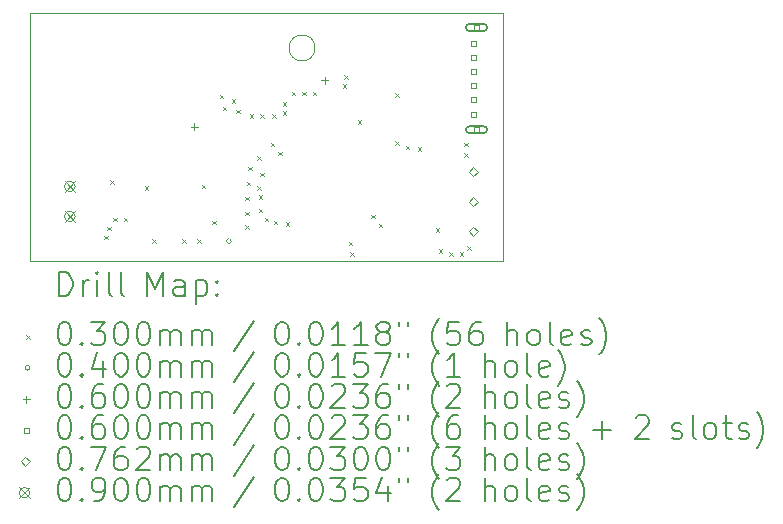
<source format=gbr>
%TF.GenerationSoftware,KiCad,Pcbnew,(7.0.0)*%
%TF.CreationDate,2023-07-18T11:01:08+08:00*%
%TF.ProjectId,Board_Car_V0_3,426f6172-645f-4436-9172-5f56305f332e,rev?*%
%TF.SameCoordinates,Original*%
%TF.FileFunction,Drillmap*%
%TF.FilePolarity,Positive*%
%FSLAX45Y45*%
G04 Gerber Fmt 4.5, Leading zero omitted, Abs format (unit mm)*
G04 Created by KiCad (PCBNEW (7.0.0)) date 2023-07-18 11:01:08*
%MOMM*%
%LPD*%
G01*
G04 APERTURE LIST*
%ADD10C,0.100000*%
%ADD11C,0.200000*%
%ADD12C,0.030000*%
%ADD13C,0.040000*%
%ADD14C,0.060000*%
%ADD15C,0.076200*%
%ADD16C,0.090000*%
G04 APERTURE END LIST*
D10*
X6610000Y-9900000D02*
G75*
G03*
X6610000Y-9900000I-110000J0D01*
G01*
X4200000Y-9600000D02*
X8200000Y-9600000D01*
X8200000Y-9600000D02*
X8200000Y-11700000D01*
X8200000Y-11700000D02*
X4200000Y-11700000D01*
X4200000Y-11700000D02*
X4200000Y-9600000D01*
D11*
D12*
X4823700Y-11491200D02*
X4853700Y-11521200D01*
X4853700Y-11491200D02*
X4823700Y-11521200D01*
X4849100Y-11415000D02*
X4879100Y-11445000D01*
X4879100Y-11415000D02*
X4849100Y-11445000D01*
X4874500Y-11021300D02*
X4904500Y-11051300D01*
X4904500Y-11021300D02*
X4874500Y-11051300D01*
X4899900Y-11338800D02*
X4929900Y-11368800D01*
X4929900Y-11338800D02*
X4899900Y-11368800D01*
X4988800Y-11338800D02*
X5018800Y-11368800D01*
X5018800Y-11338800D02*
X4988800Y-11368800D01*
X5166600Y-11072100D02*
X5196600Y-11102100D01*
X5196600Y-11072100D02*
X5166600Y-11102100D01*
X5230100Y-11520400D02*
X5260100Y-11550400D01*
X5260100Y-11520400D02*
X5230100Y-11550400D01*
X5484100Y-11520400D02*
X5514100Y-11550400D01*
X5514100Y-11520400D02*
X5484100Y-11550400D01*
X5611100Y-11520400D02*
X5641100Y-11550400D01*
X5641100Y-11520400D02*
X5611100Y-11550400D01*
X5649200Y-11059400D02*
X5679200Y-11089400D01*
X5679200Y-11059400D02*
X5649200Y-11089400D01*
X5738100Y-11364200D02*
X5768100Y-11394200D01*
X5768100Y-11364200D02*
X5738100Y-11394200D01*
X5801600Y-10297400D02*
X5831600Y-10327400D01*
X5831600Y-10297400D02*
X5801600Y-10327400D01*
X5827000Y-10399000D02*
X5857000Y-10429000D01*
X5857000Y-10399000D02*
X5827000Y-10429000D01*
X5903200Y-10335500D02*
X5933200Y-10365500D01*
X5933200Y-10335500D02*
X5903200Y-10365500D01*
X5941300Y-10424400D02*
X5971300Y-10454400D01*
X5971300Y-10424400D02*
X5941300Y-10454400D01*
X6017500Y-11161000D02*
X6047500Y-11191000D01*
X6047500Y-11161000D02*
X6017500Y-11191000D01*
X6017500Y-11288000D02*
X6047500Y-11318000D01*
X6047500Y-11288000D02*
X6017500Y-11318000D01*
X6017500Y-11402300D02*
X6047500Y-11432300D01*
X6047500Y-11402300D02*
X6017500Y-11432300D01*
X6030200Y-11034000D02*
X6060200Y-11064000D01*
X6060200Y-11034000D02*
X6030200Y-11064000D01*
X6042900Y-10907000D02*
X6072900Y-10937000D01*
X6072900Y-10907000D02*
X6042900Y-10937000D01*
X6055600Y-10462500D02*
X6085600Y-10492500D01*
X6085600Y-10462500D02*
X6055600Y-10492500D01*
X6119100Y-10818100D02*
X6149100Y-10848100D01*
X6149100Y-10818100D02*
X6119100Y-10848100D01*
X6119100Y-11072100D02*
X6149100Y-11102100D01*
X6149100Y-11072100D02*
X6119100Y-11102100D01*
X6131800Y-11148300D02*
X6161800Y-11178300D01*
X6161800Y-11148300D02*
X6131800Y-11178300D01*
X6131800Y-11262600D02*
X6161800Y-11292600D01*
X6161800Y-11262600D02*
X6131800Y-11292600D01*
X6144500Y-10462500D02*
X6174500Y-10492500D01*
X6174500Y-10462500D02*
X6144500Y-10492500D01*
X6144500Y-10957800D02*
X6174500Y-10987800D01*
X6174500Y-10957800D02*
X6144500Y-10987800D01*
X6182600Y-11338800D02*
X6212600Y-11368800D01*
X6212600Y-11338800D02*
X6182600Y-11368800D01*
X6233400Y-10703800D02*
X6263400Y-10733800D01*
X6263400Y-10703800D02*
X6233400Y-10733800D01*
X6246100Y-10462500D02*
X6276100Y-10492500D01*
X6276100Y-10462500D02*
X6246100Y-10492500D01*
X6258800Y-11364200D02*
X6288800Y-11394200D01*
X6288800Y-11364200D02*
X6258800Y-11394200D01*
X6296900Y-10780000D02*
X6326900Y-10810000D01*
X6326900Y-10780000D02*
X6296900Y-10810000D01*
X6335000Y-10360900D02*
X6365000Y-10390900D01*
X6365000Y-10360900D02*
X6335000Y-10390900D01*
X6335000Y-10437100D02*
X6365000Y-10467100D01*
X6365000Y-10437100D02*
X6335000Y-10467100D01*
X6360400Y-11376900D02*
X6390400Y-11406900D01*
X6390400Y-11376900D02*
X6360400Y-11406900D01*
X6411200Y-10272000D02*
X6441200Y-10302000D01*
X6441200Y-10272000D02*
X6411200Y-10302000D01*
X6500100Y-10272000D02*
X6530100Y-10302000D01*
X6530100Y-10272000D02*
X6500100Y-10302000D01*
X6589000Y-10272000D02*
X6619000Y-10302000D01*
X6619000Y-10272000D02*
X6589000Y-10302000D01*
X6843000Y-10208500D02*
X6873000Y-10238500D01*
X6873000Y-10208500D02*
X6843000Y-10238500D01*
X6855700Y-10132300D02*
X6885700Y-10162300D01*
X6885700Y-10132300D02*
X6855700Y-10162300D01*
X6893800Y-11542000D02*
X6923800Y-11572000D01*
X6923800Y-11542000D02*
X6893800Y-11572000D01*
X6906500Y-11630900D02*
X6936500Y-11660900D01*
X6936500Y-11630900D02*
X6906500Y-11660900D01*
X6970000Y-10513300D02*
X7000000Y-10543300D01*
X7000000Y-10513300D02*
X6970000Y-10543300D01*
X7084300Y-11313400D02*
X7114300Y-11343400D01*
X7114300Y-11313400D02*
X7084300Y-11343400D01*
X7147800Y-11389600D02*
X7177800Y-11419600D01*
X7177800Y-11389600D02*
X7147800Y-11419600D01*
X7287500Y-10284700D02*
X7317500Y-10314700D01*
X7317500Y-10284700D02*
X7287500Y-10314700D01*
X7287500Y-10691100D02*
X7317500Y-10721100D01*
X7317500Y-10691100D02*
X7287500Y-10721100D01*
X7376400Y-10729200D02*
X7406400Y-10759200D01*
X7406400Y-10729200D02*
X7376400Y-10759200D01*
X7478000Y-10741900D02*
X7508000Y-10771900D01*
X7508000Y-10741900D02*
X7478000Y-10771900D01*
X7630400Y-11427700D02*
X7660400Y-11457700D01*
X7660400Y-11427700D02*
X7630400Y-11457700D01*
X7655800Y-11605500D02*
X7685800Y-11635500D01*
X7685800Y-11605500D02*
X7655800Y-11635500D01*
X7744700Y-11630900D02*
X7774700Y-11660900D01*
X7774700Y-11630900D02*
X7744700Y-11660900D01*
X7833600Y-11630900D02*
X7863600Y-11660900D01*
X7863600Y-11630900D02*
X7833600Y-11660900D01*
X7871700Y-10703800D02*
X7901700Y-10733800D01*
X7901700Y-10703800D02*
X7871700Y-10733800D01*
X7871700Y-10792700D02*
X7901700Y-10822700D01*
X7901700Y-10792700D02*
X7871700Y-10822700D01*
X7897100Y-11580100D02*
X7927100Y-11610100D01*
X7927100Y-11580100D02*
X7897100Y-11610100D01*
D13*
X5900100Y-11535400D02*
G75*
G03*
X5900100Y-11535400I-20000J0D01*
G01*
D14*
X5588000Y-10536400D02*
X5588000Y-10596400D01*
X5558000Y-10566400D02*
X5618000Y-10566400D01*
X6692900Y-10142700D02*
X6692900Y-10202700D01*
X6662900Y-10172700D02*
X6722900Y-10172700D01*
X7971213Y-9881213D02*
X7971213Y-9838787D01*
X7928787Y-9838787D01*
X7928787Y-9881213D01*
X7971213Y-9881213D01*
X7971213Y-10001213D02*
X7971213Y-9958787D01*
X7928787Y-9958787D01*
X7928787Y-10001213D01*
X7971213Y-10001213D01*
X7971213Y-10121213D02*
X7971213Y-10078787D01*
X7928787Y-10078787D01*
X7928787Y-10121213D01*
X7971213Y-10121213D01*
X7971213Y-10241213D02*
X7971213Y-10198787D01*
X7928787Y-10198787D01*
X7928787Y-10241213D01*
X7971213Y-10241213D01*
X7971213Y-10361213D02*
X7971213Y-10318787D01*
X7928787Y-10318787D01*
X7928787Y-10361213D01*
X7971213Y-10361213D01*
X7971213Y-10481213D02*
X7971213Y-10438787D01*
X7928787Y-10438787D01*
X7928787Y-10481213D01*
X7971213Y-10481213D01*
X7998213Y-9748963D02*
X7998213Y-9706537D01*
X7955787Y-9706537D01*
X7955787Y-9748963D01*
X7998213Y-9748963D01*
D11*
X8037000Y-9697750D02*
X7917000Y-9697750D01*
X7917000Y-9697750D02*
G75*
G03*
X7917000Y-9757750I0J-30000D01*
G01*
X7917000Y-9757750D02*
X8037000Y-9757750D01*
X8037000Y-9757750D02*
G75*
G03*
X8037000Y-9697750I0J30000D01*
G01*
D14*
X7998213Y-10613463D02*
X7998213Y-10571037D01*
X7955787Y-10571037D01*
X7955787Y-10613463D01*
X7998213Y-10613463D01*
D11*
X8037000Y-10562250D02*
X7917000Y-10562250D01*
X7917000Y-10562250D02*
G75*
G03*
X7917000Y-10622250I0J-30000D01*
G01*
X7917000Y-10622250D02*
X8037000Y-10622250D01*
X8037000Y-10622250D02*
G75*
G03*
X8037000Y-10562250I0J30000D01*
G01*
D15*
X7950000Y-10988100D02*
X7988100Y-10950000D01*
X7950000Y-10911900D01*
X7911900Y-10950000D01*
X7950000Y-10988100D01*
X7950000Y-11238100D02*
X7988100Y-11200000D01*
X7950000Y-11161900D01*
X7911900Y-11200000D01*
X7950000Y-11238100D01*
X7950000Y-11488100D02*
X7988100Y-11450000D01*
X7950000Y-11411900D01*
X7911900Y-11450000D01*
X7950000Y-11488100D01*
D16*
X4488900Y-11027500D02*
X4578900Y-11117500D01*
X4578900Y-11027500D02*
X4488900Y-11117500D01*
X4578900Y-11072500D02*
G75*
G03*
X4578900Y-11072500I-45000J0D01*
G01*
X4488900Y-11281500D02*
X4578900Y-11371500D01*
X4578900Y-11281500D02*
X4488900Y-11371500D01*
X4578900Y-11326500D02*
G75*
G03*
X4578900Y-11326500I-45000J0D01*
G01*
D11*
X4442619Y-11998476D02*
X4442619Y-11798476D01*
X4442619Y-11798476D02*
X4490238Y-11798476D01*
X4490238Y-11798476D02*
X4518810Y-11808000D01*
X4518810Y-11808000D02*
X4537857Y-11827048D01*
X4537857Y-11827048D02*
X4547381Y-11846095D01*
X4547381Y-11846095D02*
X4556905Y-11884190D01*
X4556905Y-11884190D02*
X4556905Y-11912762D01*
X4556905Y-11912762D02*
X4547381Y-11950857D01*
X4547381Y-11950857D02*
X4537857Y-11969905D01*
X4537857Y-11969905D02*
X4518810Y-11988952D01*
X4518810Y-11988952D02*
X4490238Y-11998476D01*
X4490238Y-11998476D02*
X4442619Y-11998476D01*
X4642619Y-11998476D02*
X4642619Y-11865143D01*
X4642619Y-11903238D02*
X4652143Y-11884190D01*
X4652143Y-11884190D02*
X4661667Y-11874667D01*
X4661667Y-11874667D02*
X4680714Y-11865143D01*
X4680714Y-11865143D02*
X4699762Y-11865143D01*
X4766429Y-11998476D02*
X4766429Y-11865143D01*
X4766429Y-11798476D02*
X4756905Y-11808000D01*
X4756905Y-11808000D02*
X4766429Y-11817524D01*
X4766429Y-11817524D02*
X4775952Y-11808000D01*
X4775952Y-11808000D02*
X4766429Y-11798476D01*
X4766429Y-11798476D02*
X4766429Y-11817524D01*
X4890238Y-11998476D02*
X4871190Y-11988952D01*
X4871190Y-11988952D02*
X4861667Y-11969905D01*
X4861667Y-11969905D02*
X4861667Y-11798476D01*
X4995000Y-11998476D02*
X4975952Y-11988952D01*
X4975952Y-11988952D02*
X4966429Y-11969905D01*
X4966429Y-11969905D02*
X4966429Y-11798476D01*
X5191190Y-11998476D02*
X5191190Y-11798476D01*
X5191190Y-11798476D02*
X5257857Y-11941333D01*
X5257857Y-11941333D02*
X5324524Y-11798476D01*
X5324524Y-11798476D02*
X5324524Y-11998476D01*
X5505476Y-11998476D02*
X5505476Y-11893714D01*
X5505476Y-11893714D02*
X5495952Y-11874667D01*
X5495952Y-11874667D02*
X5476905Y-11865143D01*
X5476905Y-11865143D02*
X5438809Y-11865143D01*
X5438809Y-11865143D02*
X5419762Y-11874667D01*
X5505476Y-11988952D02*
X5486429Y-11998476D01*
X5486429Y-11998476D02*
X5438809Y-11998476D01*
X5438809Y-11998476D02*
X5419762Y-11988952D01*
X5419762Y-11988952D02*
X5410238Y-11969905D01*
X5410238Y-11969905D02*
X5410238Y-11950857D01*
X5410238Y-11950857D02*
X5419762Y-11931809D01*
X5419762Y-11931809D02*
X5438809Y-11922286D01*
X5438809Y-11922286D02*
X5486429Y-11922286D01*
X5486429Y-11922286D02*
X5505476Y-11912762D01*
X5600714Y-11865143D02*
X5600714Y-12065143D01*
X5600714Y-11874667D02*
X5619762Y-11865143D01*
X5619762Y-11865143D02*
X5657857Y-11865143D01*
X5657857Y-11865143D02*
X5676905Y-11874667D01*
X5676905Y-11874667D02*
X5686428Y-11884190D01*
X5686428Y-11884190D02*
X5695952Y-11903238D01*
X5695952Y-11903238D02*
X5695952Y-11960381D01*
X5695952Y-11960381D02*
X5686428Y-11979428D01*
X5686428Y-11979428D02*
X5676905Y-11988952D01*
X5676905Y-11988952D02*
X5657857Y-11998476D01*
X5657857Y-11998476D02*
X5619762Y-11998476D01*
X5619762Y-11998476D02*
X5600714Y-11988952D01*
X5781667Y-11979428D02*
X5791190Y-11988952D01*
X5791190Y-11988952D02*
X5781667Y-11998476D01*
X5781667Y-11998476D02*
X5772143Y-11988952D01*
X5772143Y-11988952D02*
X5781667Y-11979428D01*
X5781667Y-11979428D02*
X5781667Y-11998476D01*
X5781667Y-11874667D02*
X5791190Y-11884190D01*
X5791190Y-11884190D02*
X5781667Y-11893714D01*
X5781667Y-11893714D02*
X5772143Y-11884190D01*
X5772143Y-11884190D02*
X5781667Y-11874667D01*
X5781667Y-11874667D02*
X5781667Y-11893714D01*
D12*
X4165000Y-12330000D02*
X4195000Y-12360000D01*
X4195000Y-12330000D02*
X4165000Y-12360000D01*
D11*
X4480714Y-12218476D02*
X4499762Y-12218476D01*
X4499762Y-12218476D02*
X4518810Y-12228000D01*
X4518810Y-12228000D02*
X4528333Y-12237524D01*
X4528333Y-12237524D02*
X4537857Y-12256571D01*
X4537857Y-12256571D02*
X4547381Y-12294667D01*
X4547381Y-12294667D02*
X4547381Y-12342286D01*
X4547381Y-12342286D02*
X4537857Y-12380381D01*
X4537857Y-12380381D02*
X4528333Y-12399428D01*
X4528333Y-12399428D02*
X4518810Y-12408952D01*
X4518810Y-12408952D02*
X4499762Y-12418476D01*
X4499762Y-12418476D02*
X4480714Y-12418476D01*
X4480714Y-12418476D02*
X4461667Y-12408952D01*
X4461667Y-12408952D02*
X4452143Y-12399428D01*
X4452143Y-12399428D02*
X4442619Y-12380381D01*
X4442619Y-12380381D02*
X4433095Y-12342286D01*
X4433095Y-12342286D02*
X4433095Y-12294667D01*
X4433095Y-12294667D02*
X4442619Y-12256571D01*
X4442619Y-12256571D02*
X4452143Y-12237524D01*
X4452143Y-12237524D02*
X4461667Y-12228000D01*
X4461667Y-12228000D02*
X4480714Y-12218476D01*
X4633095Y-12399428D02*
X4642619Y-12408952D01*
X4642619Y-12408952D02*
X4633095Y-12418476D01*
X4633095Y-12418476D02*
X4623571Y-12408952D01*
X4623571Y-12408952D02*
X4633095Y-12399428D01*
X4633095Y-12399428D02*
X4633095Y-12418476D01*
X4709286Y-12218476D02*
X4833095Y-12218476D01*
X4833095Y-12218476D02*
X4766429Y-12294667D01*
X4766429Y-12294667D02*
X4795000Y-12294667D01*
X4795000Y-12294667D02*
X4814048Y-12304190D01*
X4814048Y-12304190D02*
X4823571Y-12313714D01*
X4823571Y-12313714D02*
X4833095Y-12332762D01*
X4833095Y-12332762D02*
X4833095Y-12380381D01*
X4833095Y-12380381D02*
X4823571Y-12399428D01*
X4823571Y-12399428D02*
X4814048Y-12408952D01*
X4814048Y-12408952D02*
X4795000Y-12418476D01*
X4795000Y-12418476D02*
X4737857Y-12418476D01*
X4737857Y-12418476D02*
X4718810Y-12408952D01*
X4718810Y-12408952D02*
X4709286Y-12399428D01*
X4956905Y-12218476D02*
X4975952Y-12218476D01*
X4975952Y-12218476D02*
X4995000Y-12228000D01*
X4995000Y-12228000D02*
X5004524Y-12237524D01*
X5004524Y-12237524D02*
X5014048Y-12256571D01*
X5014048Y-12256571D02*
X5023571Y-12294667D01*
X5023571Y-12294667D02*
X5023571Y-12342286D01*
X5023571Y-12342286D02*
X5014048Y-12380381D01*
X5014048Y-12380381D02*
X5004524Y-12399428D01*
X5004524Y-12399428D02*
X4995000Y-12408952D01*
X4995000Y-12408952D02*
X4975952Y-12418476D01*
X4975952Y-12418476D02*
X4956905Y-12418476D01*
X4956905Y-12418476D02*
X4937857Y-12408952D01*
X4937857Y-12408952D02*
X4928333Y-12399428D01*
X4928333Y-12399428D02*
X4918810Y-12380381D01*
X4918810Y-12380381D02*
X4909286Y-12342286D01*
X4909286Y-12342286D02*
X4909286Y-12294667D01*
X4909286Y-12294667D02*
X4918810Y-12256571D01*
X4918810Y-12256571D02*
X4928333Y-12237524D01*
X4928333Y-12237524D02*
X4937857Y-12228000D01*
X4937857Y-12228000D02*
X4956905Y-12218476D01*
X5147381Y-12218476D02*
X5166429Y-12218476D01*
X5166429Y-12218476D02*
X5185476Y-12228000D01*
X5185476Y-12228000D02*
X5195000Y-12237524D01*
X5195000Y-12237524D02*
X5204524Y-12256571D01*
X5204524Y-12256571D02*
X5214048Y-12294667D01*
X5214048Y-12294667D02*
X5214048Y-12342286D01*
X5214048Y-12342286D02*
X5204524Y-12380381D01*
X5204524Y-12380381D02*
X5195000Y-12399428D01*
X5195000Y-12399428D02*
X5185476Y-12408952D01*
X5185476Y-12408952D02*
X5166429Y-12418476D01*
X5166429Y-12418476D02*
X5147381Y-12418476D01*
X5147381Y-12418476D02*
X5128333Y-12408952D01*
X5128333Y-12408952D02*
X5118810Y-12399428D01*
X5118810Y-12399428D02*
X5109286Y-12380381D01*
X5109286Y-12380381D02*
X5099762Y-12342286D01*
X5099762Y-12342286D02*
X5099762Y-12294667D01*
X5099762Y-12294667D02*
X5109286Y-12256571D01*
X5109286Y-12256571D02*
X5118810Y-12237524D01*
X5118810Y-12237524D02*
X5128333Y-12228000D01*
X5128333Y-12228000D02*
X5147381Y-12218476D01*
X5299762Y-12418476D02*
X5299762Y-12285143D01*
X5299762Y-12304190D02*
X5309286Y-12294667D01*
X5309286Y-12294667D02*
X5328333Y-12285143D01*
X5328333Y-12285143D02*
X5356905Y-12285143D01*
X5356905Y-12285143D02*
X5375952Y-12294667D01*
X5375952Y-12294667D02*
X5385476Y-12313714D01*
X5385476Y-12313714D02*
X5385476Y-12418476D01*
X5385476Y-12313714D02*
X5395000Y-12294667D01*
X5395000Y-12294667D02*
X5414048Y-12285143D01*
X5414048Y-12285143D02*
X5442619Y-12285143D01*
X5442619Y-12285143D02*
X5461667Y-12294667D01*
X5461667Y-12294667D02*
X5471191Y-12313714D01*
X5471191Y-12313714D02*
X5471191Y-12418476D01*
X5566429Y-12418476D02*
X5566429Y-12285143D01*
X5566429Y-12304190D02*
X5575952Y-12294667D01*
X5575952Y-12294667D02*
X5595000Y-12285143D01*
X5595000Y-12285143D02*
X5623571Y-12285143D01*
X5623571Y-12285143D02*
X5642619Y-12294667D01*
X5642619Y-12294667D02*
X5652143Y-12313714D01*
X5652143Y-12313714D02*
X5652143Y-12418476D01*
X5652143Y-12313714D02*
X5661667Y-12294667D01*
X5661667Y-12294667D02*
X5680714Y-12285143D01*
X5680714Y-12285143D02*
X5709286Y-12285143D01*
X5709286Y-12285143D02*
X5728333Y-12294667D01*
X5728333Y-12294667D02*
X5737857Y-12313714D01*
X5737857Y-12313714D02*
X5737857Y-12418476D01*
X6095952Y-12208952D02*
X5924524Y-12466095D01*
X6320714Y-12218476D02*
X6339762Y-12218476D01*
X6339762Y-12218476D02*
X6358810Y-12228000D01*
X6358810Y-12228000D02*
X6368333Y-12237524D01*
X6368333Y-12237524D02*
X6377857Y-12256571D01*
X6377857Y-12256571D02*
X6387381Y-12294667D01*
X6387381Y-12294667D02*
X6387381Y-12342286D01*
X6387381Y-12342286D02*
X6377857Y-12380381D01*
X6377857Y-12380381D02*
X6368333Y-12399428D01*
X6368333Y-12399428D02*
X6358810Y-12408952D01*
X6358810Y-12408952D02*
X6339762Y-12418476D01*
X6339762Y-12418476D02*
X6320714Y-12418476D01*
X6320714Y-12418476D02*
X6301667Y-12408952D01*
X6301667Y-12408952D02*
X6292143Y-12399428D01*
X6292143Y-12399428D02*
X6282619Y-12380381D01*
X6282619Y-12380381D02*
X6273095Y-12342286D01*
X6273095Y-12342286D02*
X6273095Y-12294667D01*
X6273095Y-12294667D02*
X6282619Y-12256571D01*
X6282619Y-12256571D02*
X6292143Y-12237524D01*
X6292143Y-12237524D02*
X6301667Y-12228000D01*
X6301667Y-12228000D02*
X6320714Y-12218476D01*
X6473095Y-12399428D02*
X6482619Y-12408952D01*
X6482619Y-12408952D02*
X6473095Y-12418476D01*
X6473095Y-12418476D02*
X6463571Y-12408952D01*
X6463571Y-12408952D02*
X6473095Y-12399428D01*
X6473095Y-12399428D02*
X6473095Y-12418476D01*
X6606429Y-12218476D02*
X6625476Y-12218476D01*
X6625476Y-12218476D02*
X6644524Y-12228000D01*
X6644524Y-12228000D02*
X6654048Y-12237524D01*
X6654048Y-12237524D02*
X6663571Y-12256571D01*
X6663571Y-12256571D02*
X6673095Y-12294667D01*
X6673095Y-12294667D02*
X6673095Y-12342286D01*
X6673095Y-12342286D02*
X6663571Y-12380381D01*
X6663571Y-12380381D02*
X6654048Y-12399428D01*
X6654048Y-12399428D02*
X6644524Y-12408952D01*
X6644524Y-12408952D02*
X6625476Y-12418476D01*
X6625476Y-12418476D02*
X6606429Y-12418476D01*
X6606429Y-12418476D02*
X6587381Y-12408952D01*
X6587381Y-12408952D02*
X6577857Y-12399428D01*
X6577857Y-12399428D02*
X6568333Y-12380381D01*
X6568333Y-12380381D02*
X6558810Y-12342286D01*
X6558810Y-12342286D02*
X6558810Y-12294667D01*
X6558810Y-12294667D02*
X6568333Y-12256571D01*
X6568333Y-12256571D02*
X6577857Y-12237524D01*
X6577857Y-12237524D02*
X6587381Y-12228000D01*
X6587381Y-12228000D02*
X6606429Y-12218476D01*
X6863571Y-12418476D02*
X6749286Y-12418476D01*
X6806429Y-12418476D02*
X6806429Y-12218476D01*
X6806429Y-12218476D02*
X6787381Y-12247048D01*
X6787381Y-12247048D02*
X6768333Y-12266095D01*
X6768333Y-12266095D02*
X6749286Y-12275619D01*
X7054048Y-12418476D02*
X6939762Y-12418476D01*
X6996905Y-12418476D02*
X6996905Y-12218476D01*
X6996905Y-12218476D02*
X6977857Y-12247048D01*
X6977857Y-12247048D02*
X6958810Y-12266095D01*
X6958810Y-12266095D02*
X6939762Y-12275619D01*
X7168333Y-12304190D02*
X7149286Y-12294667D01*
X7149286Y-12294667D02*
X7139762Y-12285143D01*
X7139762Y-12285143D02*
X7130238Y-12266095D01*
X7130238Y-12266095D02*
X7130238Y-12256571D01*
X7130238Y-12256571D02*
X7139762Y-12237524D01*
X7139762Y-12237524D02*
X7149286Y-12228000D01*
X7149286Y-12228000D02*
X7168333Y-12218476D01*
X7168333Y-12218476D02*
X7206429Y-12218476D01*
X7206429Y-12218476D02*
X7225476Y-12228000D01*
X7225476Y-12228000D02*
X7235000Y-12237524D01*
X7235000Y-12237524D02*
X7244524Y-12256571D01*
X7244524Y-12256571D02*
X7244524Y-12266095D01*
X7244524Y-12266095D02*
X7235000Y-12285143D01*
X7235000Y-12285143D02*
X7225476Y-12294667D01*
X7225476Y-12294667D02*
X7206429Y-12304190D01*
X7206429Y-12304190D02*
X7168333Y-12304190D01*
X7168333Y-12304190D02*
X7149286Y-12313714D01*
X7149286Y-12313714D02*
X7139762Y-12323238D01*
X7139762Y-12323238D02*
X7130238Y-12342286D01*
X7130238Y-12342286D02*
X7130238Y-12380381D01*
X7130238Y-12380381D02*
X7139762Y-12399428D01*
X7139762Y-12399428D02*
X7149286Y-12408952D01*
X7149286Y-12408952D02*
X7168333Y-12418476D01*
X7168333Y-12418476D02*
X7206429Y-12418476D01*
X7206429Y-12418476D02*
X7225476Y-12408952D01*
X7225476Y-12408952D02*
X7235000Y-12399428D01*
X7235000Y-12399428D02*
X7244524Y-12380381D01*
X7244524Y-12380381D02*
X7244524Y-12342286D01*
X7244524Y-12342286D02*
X7235000Y-12323238D01*
X7235000Y-12323238D02*
X7225476Y-12313714D01*
X7225476Y-12313714D02*
X7206429Y-12304190D01*
X7320714Y-12218476D02*
X7320714Y-12256571D01*
X7396905Y-12218476D02*
X7396905Y-12256571D01*
X7659762Y-12494667D02*
X7650238Y-12485143D01*
X7650238Y-12485143D02*
X7631191Y-12456571D01*
X7631191Y-12456571D02*
X7621667Y-12437524D01*
X7621667Y-12437524D02*
X7612143Y-12408952D01*
X7612143Y-12408952D02*
X7602619Y-12361333D01*
X7602619Y-12361333D02*
X7602619Y-12323238D01*
X7602619Y-12323238D02*
X7612143Y-12275619D01*
X7612143Y-12275619D02*
X7621667Y-12247048D01*
X7621667Y-12247048D02*
X7631191Y-12228000D01*
X7631191Y-12228000D02*
X7650238Y-12199428D01*
X7650238Y-12199428D02*
X7659762Y-12189905D01*
X7831191Y-12218476D02*
X7735952Y-12218476D01*
X7735952Y-12218476D02*
X7726429Y-12313714D01*
X7726429Y-12313714D02*
X7735952Y-12304190D01*
X7735952Y-12304190D02*
X7755000Y-12294667D01*
X7755000Y-12294667D02*
X7802619Y-12294667D01*
X7802619Y-12294667D02*
X7821667Y-12304190D01*
X7821667Y-12304190D02*
X7831191Y-12313714D01*
X7831191Y-12313714D02*
X7840714Y-12332762D01*
X7840714Y-12332762D02*
X7840714Y-12380381D01*
X7840714Y-12380381D02*
X7831191Y-12399428D01*
X7831191Y-12399428D02*
X7821667Y-12408952D01*
X7821667Y-12408952D02*
X7802619Y-12418476D01*
X7802619Y-12418476D02*
X7755000Y-12418476D01*
X7755000Y-12418476D02*
X7735952Y-12408952D01*
X7735952Y-12408952D02*
X7726429Y-12399428D01*
X8012143Y-12218476D02*
X7974048Y-12218476D01*
X7974048Y-12218476D02*
X7955000Y-12228000D01*
X7955000Y-12228000D02*
X7945476Y-12237524D01*
X7945476Y-12237524D02*
X7926429Y-12266095D01*
X7926429Y-12266095D02*
X7916905Y-12304190D01*
X7916905Y-12304190D02*
X7916905Y-12380381D01*
X7916905Y-12380381D02*
X7926429Y-12399428D01*
X7926429Y-12399428D02*
X7935952Y-12408952D01*
X7935952Y-12408952D02*
X7955000Y-12418476D01*
X7955000Y-12418476D02*
X7993095Y-12418476D01*
X7993095Y-12418476D02*
X8012143Y-12408952D01*
X8012143Y-12408952D02*
X8021667Y-12399428D01*
X8021667Y-12399428D02*
X8031191Y-12380381D01*
X8031191Y-12380381D02*
X8031191Y-12332762D01*
X8031191Y-12332762D02*
X8021667Y-12313714D01*
X8021667Y-12313714D02*
X8012143Y-12304190D01*
X8012143Y-12304190D02*
X7993095Y-12294667D01*
X7993095Y-12294667D02*
X7955000Y-12294667D01*
X7955000Y-12294667D02*
X7935952Y-12304190D01*
X7935952Y-12304190D02*
X7926429Y-12313714D01*
X7926429Y-12313714D02*
X7916905Y-12332762D01*
X8236905Y-12418476D02*
X8236905Y-12218476D01*
X8322619Y-12418476D02*
X8322619Y-12313714D01*
X8322619Y-12313714D02*
X8313095Y-12294667D01*
X8313095Y-12294667D02*
X8294048Y-12285143D01*
X8294048Y-12285143D02*
X8265476Y-12285143D01*
X8265476Y-12285143D02*
X8246429Y-12294667D01*
X8246429Y-12294667D02*
X8236905Y-12304190D01*
X8446429Y-12418476D02*
X8427381Y-12408952D01*
X8427381Y-12408952D02*
X8417857Y-12399428D01*
X8417857Y-12399428D02*
X8408334Y-12380381D01*
X8408334Y-12380381D02*
X8408334Y-12323238D01*
X8408334Y-12323238D02*
X8417857Y-12304190D01*
X8417857Y-12304190D02*
X8427381Y-12294667D01*
X8427381Y-12294667D02*
X8446429Y-12285143D01*
X8446429Y-12285143D02*
X8475000Y-12285143D01*
X8475000Y-12285143D02*
X8494048Y-12294667D01*
X8494048Y-12294667D02*
X8503572Y-12304190D01*
X8503572Y-12304190D02*
X8513095Y-12323238D01*
X8513095Y-12323238D02*
X8513095Y-12380381D01*
X8513095Y-12380381D02*
X8503572Y-12399428D01*
X8503572Y-12399428D02*
X8494048Y-12408952D01*
X8494048Y-12408952D02*
X8475000Y-12418476D01*
X8475000Y-12418476D02*
X8446429Y-12418476D01*
X8627381Y-12418476D02*
X8608334Y-12408952D01*
X8608334Y-12408952D02*
X8598810Y-12389905D01*
X8598810Y-12389905D02*
X8598810Y-12218476D01*
X8779762Y-12408952D02*
X8760715Y-12418476D01*
X8760715Y-12418476D02*
X8722619Y-12418476D01*
X8722619Y-12418476D02*
X8703572Y-12408952D01*
X8703572Y-12408952D02*
X8694048Y-12389905D01*
X8694048Y-12389905D02*
X8694048Y-12313714D01*
X8694048Y-12313714D02*
X8703572Y-12294667D01*
X8703572Y-12294667D02*
X8722619Y-12285143D01*
X8722619Y-12285143D02*
X8760715Y-12285143D01*
X8760715Y-12285143D02*
X8779762Y-12294667D01*
X8779762Y-12294667D02*
X8789286Y-12313714D01*
X8789286Y-12313714D02*
X8789286Y-12332762D01*
X8789286Y-12332762D02*
X8694048Y-12351809D01*
X8865476Y-12408952D02*
X8884524Y-12418476D01*
X8884524Y-12418476D02*
X8922619Y-12418476D01*
X8922619Y-12418476D02*
X8941667Y-12408952D01*
X8941667Y-12408952D02*
X8951191Y-12389905D01*
X8951191Y-12389905D02*
X8951191Y-12380381D01*
X8951191Y-12380381D02*
X8941667Y-12361333D01*
X8941667Y-12361333D02*
X8922619Y-12351809D01*
X8922619Y-12351809D02*
X8894048Y-12351809D01*
X8894048Y-12351809D02*
X8875000Y-12342286D01*
X8875000Y-12342286D02*
X8865476Y-12323238D01*
X8865476Y-12323238D02*
X8865476Y-12313714D01*
X8865476Y-12313714D02*
X8875000Y-12294667D01*
X8875000Y-12294667D02*
X8894048Y-12285143D01*
X8894048Y-12285143D02*
X8922619Y-12285143D01*
X8922619Y-12285143D02*
X8941667Y-12294667D01*
X9017857Y-12494667D02*
X9027381Y-12485143D01*
X9027381Y-12485143D02*
X9046429Y-12456571D01*
X9046429Y-12456571D02*
X9055953Y-12437524D01*
X9055953Y-12437524D02*
X9065476Y-12408952D01*
X9065476Y-12408952D02*
X9075000Y-12361333D01*
X9075000Y-12361333D02*
X9075000Y-12323238D01*
X9075000Y-12323238D02*
X9065476Y-12275619D01*
X9065476Y-12275619D02*
X9055953Y-12247048D01*
X9055953Y-12247048D02*
X9046429Y-12228000D01*
X9046429Y-12228000D02*
X9027381Y-12199428D01*
X9027381Y-12199428D02*
X9017857Y-12189905D01*
D13*
X4195000Y-12609000D02*
G75*
G03*
X4195000Y-12609000I-20000J0D01*
G01*
D11*
X4480714Y-12482476D02*
X4499762Y-12482476D01*
X4499762Y-12482476D02*
X4518810Y-12492000D01*
X4518810Y-12492000D02*
X4528333Y-12501524D01*
X4528333Y-12501524D02*
X4537857Y-12520571D01*
X4537857Y-12520571D02*
X4547381Y-12558667D01*
X4547381Y-12558667D02*
X4547381Y-12606286D01*
X4547381Y-12606286D02*
X4537857Y-12644381D01*
X4537857Y-12644381D02*
X4528333Y-12663428D01*
X4528333Y-12663428D02*
X4518810Y-12672952D01*
X4518810Y-12672952D02*
X4499762Y-12682476D01*
X4499762Y-12682476D02*
X4480714Y-12682476D01*
X4480714Y-12682476D02*
X4461667Y-12672952D01*
X4461667Y-12672952D02*
X4452143Y-12663428D01*
X4452143Y-12663428D02*
X4442619Y-12644381D01*
X4442619Y-12644381D02*
X4433095Y-12606286D01*
X4433095Y-12606286D02*
X4433095Y-12558667D01*
X4433095Y-12558667D02*
X4442619Y-12520571D01*
X4442619Y-12520571D02*
X4452143Y-12501524D01*
X4452143Y-12501524D02*
X4461667Y-12492000D01*
X4461667Y-12492000D02*
X4480714Y-12482476D01*
X4633095Y-12663428D02*
X4642619Y-12672952D01*
X4642619Y-12672952D02*
X4633095Y-12682476D01*
X4633095Y-12682476D02*
X4623571Y-12672952D01*
X4623571Y-12672952D02*
X4633095Y-12663428D01*
X4633095Y-12663428D02*
X4633095Y-12682476D01*
X4814048Y-12549143D02*
X4814048Y-12682476D01*
X4766429Y-12472952D02*
X4718810Y-12615809D01*
X4718810Y-12615809D02*
X4842619Y-12615809D01*
X4956905Y-12482476D02*
X4975952Y-12482476D01*
X4975952Y-12482476D02*
X4995000Y-12492000D01*
X4995000Y-12492000D02*
X5004524Y-12501524D01*
X5004524Y-12501524D02*
X5014048Y-12520571D01*
X5014048Y-12520571D02*
X5023571Y-12558667D01*
X5023571Y-12558667D02*
X5023571Y-12606286D01*
X5023571Y-12606286D02*
X5014048Y-12644381D01*
X5014048Y-12644381D02*
X5004524Y-12663428D01*
X5004524Y-12663428D02*
X4995000Y-12672952D01*
X4995000Y-12672952D02*
X4975952Y-12682476D01*
X4975952Y-12682476D02*
X4956905Y-12682476D01*
X4956905Y-12682476D02*
X4937857Y-12672952D01*
X4937857Y-12672952D02*
X4928333Y-12663428D01*
X4928333Y-12663428D02*
X4918810Y-12644381D01*
X4918810Y-12644381D02*
X4909286Y-12606286D01*
X4909286Y-12606286D02*
X4909286Y-12558667D01*
X4909286Y-12558667D02*
X4918810Y-12520571D01*
X4918810Y-12520571D02*
X4928333Y-12501524D01*
X4928333Y-12501524D02*
X4937857Y-12492000D01*
X4937857Y-12492000D02*
X4956905Y-12482476D01*
X5147381Y-12482476D02*
X5166429Y-12482476D01*
X5166429Y-12482476D02*
X5185476Y-12492000D01*
X5185476Y-12492000D02*
X5195000Y-12501524D01*
X5195000Y-12501524D02*
X5204524Y-12520571D01*
X5204524Y-12520571D02*
X5214048Y-12558667D01*
X5214048Y-12558667D02*
X5214048Y-12606286D01*
X5214048Y-12606286D02*
X5204524Y-12644381D01*
X5204524Y-12644381D02*
X5195000Y-12663428D01*
X5195000Y-12663428D02*
X5185476Y-12672952D01*
X5185476Y-12672952D02*
X5166429Y-12682476D01*
X5166429Y-12682476D02*
X5147381Y-12682476D01*
X5147381Y-12682476D02*
X5128333Y-12672952D01*
X5128333Y-12672952D02*
X5118810Y-12663428D01*
X5118810Y-12663428D02*
X5109286Y-12644381D01*
X5109286Y-12644381D02*
X5099762Y-12606286D01*
X5099762Y-12606286D02*
X5099762Y-12558667D01*
X5099762Y-12558667D02*
X5109286Y-12520571D01*
X5109286Y-12520571D02*
X5118810Y-12501524D01*
X5118810Y-12501524D02*
X5128333Y-12492000D01*
X5128333Y-12492000D02*
X5147381Y-12482476D01*
X5299762Y-12682476D02*
X5299762Y-12549143D01*
X5299762Y-12568190D02*
X5309286Y-12558667D01*
X5309286Y-12558667D02*
X5328333Y-12549143D01*
X5328333Y-12549143D02*
X5356905Y-12549143D01*
X5356905Y-12549143D02*
X5375952Y-12558667D01*
X5375952Y-12558667D02*
X5385476Y-12577714D01*
X5385476Y-12577714D02*
X5385476Y-12682476D01*
X5385476Y-12577714D02*
X5395000Y-12558667D01*
X5395000Y-12558667D02*
X5414048Y-12549143D01*
X5414048Y-12549143D02*
X5442619Y-12549143D01*
X5442619Y-12549143D02*
X5461667Y-12558667D01*
X5461667Y-12558667D02*
X5471191Y-12577714D01*
X5471191Y-12577714D02*
X5471191Y-12682476D01*
X5566429Y-12682476D02*
X5566429Y-12549143D01*
X5566429Y-12568190D02*
X5575952Y-12558667D01*
X5575952Y-12558667D02*
X5595000Y-12549143D01*
X5595000Y-12549143D02*
X5623571Y-12549143D01*
X5623571Y-12549143D02*
X5642619Y-12558667D01*
X5642619Y-12558667D02*
X5652143Y-12577714D01*
X5652143Y-12577714D02*
X5652143Y-12682476D01*
X5652143Y-12577714D02*
X5661667Y-12558667D01*
X5661667Y-12558667D02*
X5680714Y-12549143D01*
X5680714Y-12549143D02*
X5709286Y-12549143D01*
X5709286Y-12549143D02*
X5728333Y-12558667D01*
X5728333Y-12558667D02*
X5737857Y-12577714D01*
X5737857Y-12577714D02*
X5737857Y-12682476D01*
X6095952Y-12472952D02*
X5924524Y-12730095D01*
X6320714Y-12482476D02*
X6339762Y-12482476D01*
X6339762Y-12482476D02*
X6358810Y-12492000D01*
X6358810Y-12492000D02*
X6368333Y-12501524D01*
X6368333Y-12501524D02*
X6377857Y-12520571D01*
X6377857Y-12520571D02*
X6387381Y-12558667D01*
X6387381Y-12558667D02*
X6387381Y-12606286D01*
X6387381Y-12606286D02*
X6377857Y-12644381D01*
X6377857Y-12644381D02*
X6368333Y-12663428D01*
X6368333Y-12663428D02*
X6358810Y-12672952D01*
X6358810Y-12672952D02*
X6339762Y-12682476D01*
X6339762Y-12682476D02*
X6320714Y-12682476D01*
X6320714Y-12682476D02*
X6301667Y-12672952D01*
X6301667Y-12672952D02*
X6292143Y-12663428D01*
X6292143Y-12663428D02*
X6282619Y-12644381D01*
X6282619Y-12644381D02*
X6273095Y-12606286D01*
X6273095Y-12606286D02*
X6273095Y-12558667D01*
X6273095Y-12558667D02*
X6282619Y-12520571D01*
X6282619Y-12520571D02*
X6292143Y-12501524D01*
X6292143Y-12501524D02*
X6301667Y-12492000D01*
X6301667Y-12492000D02*
X6320714Y-12482476D01*
X6473095Y-12663428D02*
X6482619Y-12672952D01*
X6482619Y-12672952D02*
X6473095Y-12682476D01*
X6473095Y-12682476D02*
X6463571Y-12672952D01*
X6463571Y-12672952D02*
X6473095Y-12663428D01*
X6473095Y-12663428D02*
X6473095Y-12682476D01*
X6606429Y-12482476D02*
X6625476Y-12482476D01*
X6625476Y-12482476D02*
X6644524Y-12492000D01*
X6644524Y-12492000D02*
X6654048Y-12501524D01*
X6654048Y-12501524D02*
X6663571Y-12520571D01*
X6663571Y-12520571D02*
X6673095Y-12558667D01*
X6673095Y-12558667D02*
X6673095Y-12606286D01*
X6673095Y-12606286D02*
X6663571Y-12644381D01*
X6663571Y-12644381D02*
X6654048Y-12663428D01*
X6654048Y-12663428D02*
X6644524Y-12672952D01*
X6644524Y-12672952D02*
X6625476Y-12682476D01*
X6625476Y-12682476D02*
X6606429Y-12682476D01*
X6606429Y-12682476D02*
X6587381Y-12672952D01*
X6587381Y-12672952D02*
X6577857Y-12663428D01*
X6577857Y-12663428D02*
X6568333Y-12644381D01*
X6568333Y-12644381D02*
X6558810Y-12606286D01*
X6558810Y-12606286D02*
X6558810Y-12558667D01*
X6558810Y-12558667D02*
X6568333Y-12520571D01*
X6568333Y-12520571D02*
X6577857Y-12501524D01*
X6577857Y-12501524D02*
X6587381Y-12492000D01*
X6587381Y-12492000D02*
X6606429Y-12482476D01*
X6863571Y-12682476D02*
X6749286Y-12682476D01*
X6806429Y-12682476D02*
X6806429Y-12482476D01*
X6806429Y-12482476D02*
X6787381Y-12511048D01*
X6787381Y-12511048D02*
X6768333Y-12530095D01*
X6768333Y-12530095D02*
X6749286Y-12539619D01*
X7044524Y-12482476D02*
X6949286Y-12482476D01*
X6949286Y-12482476D02*
X6939762Y-12577714D01*
X6939762Y-12577714D02*
X6949286Y-12568190D01*
X6949286Y-12568190D02*
X6968333Y-12558667D01*
X6968333Y-12558667D02*
X7015952Y-12558667D01*
X7015952Y-12558667D02*
X7035000Y-12568190D01*
X7035000Y-12568190D02*
X7044524Y-12577714D01*
X7044524Y-12577714D02*
X7054048Y-12596762D01*
X7054048Y-12596762D02*
X7054048Y-12644381D01*
X7054048Y-12644381D02*
X7044524Y-12663428D01*
X7044524Y-12663428D02*
X7035000Y-12672952D01*
X7035000Y-12672952D02*
X7015952Y-12682476D01*
X7015952Y-12682476D02*
X6968333Y-12682476D01*
X6968333Y-12682476D02*
X6949286Y-12672952D01*
X6949286Y-12672952D02*
X6939762Y-12663428D01*
X7120714Y-12482476D02*
X7254048Y-12482476D01*
X7254048Y-12482476D02*
X7168333Y-12682476D01*
X7320714Y-12482476D02*
X7320714Y-12520571D01*
X7396905Y-12482476D02*
X7396905Y-12520571D01*
X7659762Y-12758667D02*
X7650238Y-12749143D01*
X7650238Y-12749143D02*
X7631191Y-12720571D01*
X7631191Y-12720571D02*
X7621667Y-12701524D01*
X7621667Y-12701524D02*
X7612143Y-12672952D01*
X7612143Y-12672952D02*
X7602619Y-12625333D01*
X7602619Y-12625333D02*
X7602619Y-12587238D01*
X7602619Y-12587238D02*
X7612143Y-12539619D01*
X7612143Y-12539619D02*
X7621667Y-12511048D01*
X7621667Y-12511048D02*
X7631191Y-12492000D01*
X7631191Y-12492000D02*
X7650238Y-12463428D01*
X7650238Y-12463428D02*
X7659762Y-12453905D01*
X7840714Y-12682476D02*
X7726429Y-12682476D01*
X7783571Y-12682476D02*
X7783571Y-12482476D01*
X7783571Y-12482476D02*
X7764524Y-12511048D01*
X7764524Y-12511048D02*
X7745476Y-12530095D01*
X7745476Y-12530095D02*
X7726429Y-12539619D01*
X8046429Y-12682476D02*
X8046429Y-12482476D01*
X8132143Y-12682476D02*
X8132143Y-12577714D01*
X8132143Y-12577714D02*
X8122619Y-12558667D01*
X8122619Y-12558667D02*
X8103572Y-12549143D01*
X8103572Y-12549143D02*
X8075000Y-12549143D01*
X8075000Y-12549143D02*
X8055952Y-12558667D01*
X8055952Y-12558667D02*
X8046429Y-12568190D01*
X8255952Y-12682476D02*
X8236905Y-12672952D01*
X8236905Y-12672952D02*
X8227381Y-12663428D01*
X8227381Y-12663428D02*
X8217857Y-12644381D01*
X8217857Y-12644381D02*
X8217857Y-12587238D01*
X8217857Y-12587238D02*
X8227381Y-12568190D01*
X8227381Y-12568190D02*
X8236905Y-12558667D01*
X8236905Y-12558667D02*
X8255952Y-12549143D01*
X8255952Y-12549143D02*
X8284524Y-12549143D01*
X8284524Y-12549143D02*
X8303572Y-12558667D01*
X8303572Y-12558667D02*
X8313095Y-12568190D01*
X8313095Y-12568190D02*
X8322619Y-12587238D01*
X8322619Y-12587238D02*
X8322619Y-12644381D01*
X8322619Y-12644381D02*
X8313095Y-12663428D01*
X8313095Y-12663428D02*
X8303572Y-12672952D01*
X8303572Y-12672952D02*
X8284524Y-12682476D01*
X8284524Y-12682476D02*
X8255952Y-12682476D01*
X8436905Y-12682476D02*
X8417857Y-12672952D01*
X8417857Y-12672952D02*
X8408334Y-12653905D01*
X8408334Y-12653905D02*
X8408334Y-12482476D01*
X8589286Y-12672952D02*
X8570238Y-12682476D01*
X8570238Y-12682476D02*
X8532143Y-12682476D01*
X8532143Y-12682476D02*
X8513095Y-12672952D01*
X8513095Y-12672952D02*
X8503572Y-12653905D01*
X8503572Y-12653905D02*
X8503572Y-12577714D01*
X8503572Y-12577714D02*
X8513095Y-12558667D01*
X8513095Y-12558667D02*
X8532143Y-12549143D01*
X8532143Y-12549143D02*
X8570238Y-12549143D01*
X8570238Y-12549143D02*
X8589286Y-12558667D01*
X8589286Y-12558667D02*
X8598810Y-12577714D01*
X8598810Y-12577714D02*
X8598810Y-12596762D01*
X8598810Y-12596762D02*
X8503572Y-12615809D01*
X8665476Y-12758667D02*
X8675000Y-12749143D01*
X8675000Y-12749143D02*
X8694048Y-12720571D01*
X8694048Y-12720571D02*
X8703572Y-12701524D01*
X8703572Y-12701524D02*
X8713095Y-12672952D01*
X8713095Y-12672952D02*
X8722619Y-12625333D01*
X8722619Y-12625333D02*
X8722619Y-12587238D01*
X8722619Y-12587238D02*
X8713095Y-12539619D01*
X8713095Y-12539619D02*
X8703572Y-12511048D01*
X8703572Y-12511048D02*
X8694048Y-12492000D01*
X8694048Y-12492000D02*
X8675000Y-12463428D01*
X8675000Y-12463428D02*
X8665476Y-12453905D01*
D14*
X4165000Y-12843000D02*
X4165000Y-12903000D01*
X4135000Y-12873000D02*
X4195000Y-12873000D01*
D11*
X4480714Y-12746476D02*
X4499762Y-12746476D01*
X4499762Y-12746476D02*
X4518810Y-12756000D01*
X4518810Y-12756000D02*
X4528333Y-12765524D01*
X4528333Y-12765524D02*
X4537857Y-12784571D01*
X4537857Y-12784571D02*
X4547381Y-12822667D01*
X4547381Y-12822667D02*
X4547381Y-12870286D01*
X4547381Y-12870286D02*
X4537857Y-12908381D01*
X4537857Y-12908381D02*
X4528333Y-12927428D01*
X4528333Y-12927428D02*
X4518810Y-12936952D01*
X4518810Y-12936952D02*
X4499762Y-12946476D01*
X4499762Y-12946476D02*
X4480714Y-12946476D01*
X4480714Y-12946476D02*
X4461667Y-12936952D01*
X4461667Y-12936952D02*
X4452143Y-12927428D01*
X4452143Y-12927428D02*
X4442619Y-12908381D01*
X4442619Y-12908381D02*
X4433095Y-12870286D01*
X4433095Y-12870286D02*
X4433095Y-12822667D01*
X4433095Y-12822667D02*
X4442619Y-12784571D01*
X4442619Y-12784571D02*
X4452143Y-12765524D01*
X4452143Y-12765524D02*
X4461667Y-12756000D01*
X4461667Y-12756000D02*
X4480714Y-12746476D01*
X4633095Y-12927428D02*
X4642619Y-12936952D01*
X4642619Y-12936952D02*
X4633095Y-12946476D01*
X4633095Y-12946476D02*
X4623571Y-12936952D01*
X4623571Y-12936952D02*
X4633095Y-12927428D01*
X4633095Y-12927428D02*
X4633095Y-12946476D01*
X4814048Y-12746476D02*
X4775952Y-12746476D01*
X4775952Y-12746476D02*
X4756905Y-12756000D01*
X4756905Y-12756000D02*
X4747381Y-12765524D01*
X4747381Y-12765524D02*
X4728333Y-12794095D01*
X4728333Y-12794095D02*
X4718810Y-12832190D01*
X4718810Y-12832190D02*
X4718810Y-12908381D01*
X4718810Y-12908381D02*
X4728333Y-12927428D01*
X4728333Y-12927428D02*
X4737857Y-12936952D01*
X4737857Y-12936952D02*
X4756905Y-12946476D01*
X4756905Y-12946476D02*
X4795000Y-12946476D01*
X4795000Y-12946476D02*
X4814048Y-12936952D01*
X4814048Y-12936952D02*
X4823571Y-12927428D01*
X4823571Y-12927428D02*
X4833095Y-12908381D01*
X4833095Y-12908381D02*
X4833095Y-12860762D01*
X4833095Y-12860762D02*
X4823571Y-12841714D01*
X4823571Y-12841714D02*
X4814048Y-12832190D01*
X4814048Y-12832190D02*
X4795000Y-12822667D01*
X4795000Y-12822667D02*
X4756905Y-12822667D01*
X4756905Y-12822667D02*
X4737857Y-12832190D01*
X4737857Y-12832190D02*
X4728333Y-12841714D01*
X4728333Y-12841714D02*
X4718810Y-12860762D01*
X4956905Y-12746476D02*
X4975952Y-12746476D01*
X4975952Y-12746476D02*
X4995000Y-12756000D01*
X4995000Y-12756000D02*
X5004524Y-12765524D01*
X5004524Y-12765524D02*
X5014048Y-12784571D01*
X5014048Y-12784571D02*
X5023571Y-12822667D01*
X5023571Y-12822667D02*
X5023571Y-12870286D01*
X5023571Y-12870286D02*
X5014048Y-12908381D01*
X5014048Y-12908381D02*
X5004524Y-12927428D01*
X5004524Y-12927428D02*
X4995000Y-12936952D01*
X4995000Y-12936952D02*
X4975952Y-12946476D01*
X4975952Y-12946476D02*
X4956905Y-12946476D01*
X4956905Y-12946476D02*
X4937857Y-12936952D01*
X4937857Y-12936952D02*
X4928333Y-12927428D01*
X4928333Y-12927428D02*
X4918810Y-12908381D01*
X4918810Y-12908381D02*
X4909286Y-12870286D01*
X4909286Y-12870286D02*
X4909286Y-12822667D01*
X4909286Y-12822667D02*
X4918810Y-12784571D01*
X4918810Y-12784571D02*
X4928333Y-12765524D01*
X4928333Y-12765524D02*
X4937857Y-12756000D01*
X4937857Y-12756000D02*
X4956905Y-12746476D01*
X5147381Y-12746476D02*
X5166429Y-12746476D01*
X5166429Y-12746476D02*
X5185476Y-12756000D01*
X5185476Y-12756000D02*
X5195000Y-12765524D01*
X5195000Y-12765524D02*
X5204524Y-12784571D01*
X5204524Y-12784571D02*
X5214048Y-12822667D01*
X5214048Y-12822667D02*
X5214048Y-12870286D01*
X5214048Y-12870286D02*
X5204524Y-12908381D01*
X5204524Y-12908381D02*
X5195000Y-12927428D01*
X5195000Y-12927428D02*
X5185476Y-12936952D01*
X5185476Y-12936952D02*
X5166429Y-12946476D01*
X5166429Y-12946476D02*
X5147381Y-12946476D01*
X5147381Y-12946476D02*
X5128333Y-12936952D01*
X5128333Y-12936952D02*
X5118810Y-12927428D01*
X5118810Y-12927428D02*
X5109286Y-12908381D01*
X5109286Y-12908381D02*
X5099762Y-12870286D01*
X5099762Y-12870286D02*
X5099762Y-12822667D01*
X5099762Y-12822667D02*
X5109286Y-12784571D01*
X5109286Y-12784571D02*
X5118810Y-12765524D01*
X5118810Y-12765524D02*
X5128333Y-12756000D01*
X5128333Y-12756000D02*
X5147381Y-12746476D01*
X5299762Y-12946476D02*
X5299762Y-12813143D01*
X5299762Y-12832190D02*
X5309286Y-12822667D01*
X5309286Y-12822667D02*
X5328333Y-12813143D01*
X5328333Y-12813143D02*
X5356905Y-12813143D01*
X5356905Y-12813143D02*
X5375952Y-12822667D01*
X5375952Y-12822667D02*
X5385476Y-12841714D01*
X5385476Y-12841714D02*
X5385476Y-12946476D01*
X5385476Y-12841714D02*
X5395000Y-12822667D01*
X5395000Y-12822667D02*
X5414048Y-12813143D01*
X5414048Y-12813143D02*
X5442619Y-12813143D01*
X5442619Y-12813143D02*
X5461667Y-12822667D01*
X5461667Y-12822667D02*
X5471191Y-12841714D01*
X5471191Y-12841714D02*
X5471191Y-12946476D01*
X5566429Y-12946476D02*
X5566429Y-12813143D01*
X5566429Y-12832190D02*
X5575952Y-12822667D01*
X5575952Y-12822667D02*
X5595000Y-12813143D01*
X5595000Y-12813143D02*
X5623571Y-12813143D01*
X5623571Y-12813143D02*
X5642619Y-12822667D01*
X5642619Y-12822667D02*
X5652143Y-12841714D01*
X5652143Y-12841714D02*
X5652143Y-12946476D01*
X5652143Y-12841714D02*
X5661667Y-12822667D01*
X5661667Y-12822667D02*
X5680714Y-12813143D01*
X5680714Y-12813143D02*
X5709286Y-12813143D01*
X5709286Y-12813143D02*
X5728333Y-12822667D01*
X5728333Y-12822667D02*
X5737857Y-12841714D01*
X5737857Y-12841714D02*
X5737857Y-12946476D01*
X6095952Y-12736952D02*
X5924524Y-12994095D01*
X6320714Y-12746476D02*
X6339762Y-12746476D01*
X6339762Y-12746476D02*
X6358810Y-12756000D01*
X6358810Y-12756000D02*
X6368333Y-12765524D01*
X6368333Y-12765524D02*
X6377857Y-12784571D01*
X6377857Y-12784571D02*
X6387381Y-12822667D01*
X6387381Y-12822667D02*
X6387381Y-12870286D01*
X6387381Y-12870286D02*
X6377857Y-12908381D01*
X6377857Y-12908381D02*
X6368333Y-12927428D01*
X6368333Y-12927428D02*
X6358810Y-12936952D01*
X6358810Y-12936952D02*
X6339762Y-12946476D01*
X6339762Y-12946476D02*
X6320714Y-12946476D01*
X6320714Y-12946476D02*
X6301667Y-12936952D01*
X6301667Y-12936952D02*
X6292143Y-12927428D01*
X6292143Y-12927428D02*
X6282619Y-12908381D01*
X6282619Y-12908381D02*
X6273095Y-12870286D01*
X6273095Y-12870286D02*
X6273095Y-12822667D01*
X6273095Y-12822667D02*
X6282619Y-12784571D01*
X6282619Y-12784571D02*
X6292143Y-12765524D01*
X6292143Y-12765524D02*
X6301667Y-12756000D01*
X6301667Y-12756000D02*
X6320714Y-12746476D01*
X6473095Y-12927428D02*
X6482619Y-12936952D01*
X6482619Y-12936952D02*
X6473095Y-12946476D01*
X6473095Y-12946476D02*
X6463571Y-12936952D01*
X6463571Y-12936952D02*
X6473095Y-12927428D01*
X6473095Y-12927428D02*
X6473095Y-12946476D01*
X6606429Y-12746476D02*
X6625476Y-12746476D01*
X6625476Y-12746476D02*
X6644524Y-12756000D01*
X6644524Y-12756000D02*
X6654048Y-12765524D01*
X6654048Y-12765524D02*
X6663571Y-12784571D01*
X6663571Y-12784571D02*
X6673095Y-12822667D01*
X6673095Y-12822667D02*
X6673095Y-12870286D01*
X6673095Y-12870286D02*
X6663571Y-12908381D01*
X6663571Y-12908381D02*
X6654048Y-12927428D01*
X6654048Y-12927428D02*
X6644524Y-12936952D01*
X6644524Y-12936952D02*
X6625476Y-12946476D01*
X6625476Y-12946476D02*
X6606429Y-12946476D01*
X6606429Y-12946476D02*
X6587381Y-12936952D01*
X6587381Y-12936952D02*
X6577857Y-12927428D01*
X6577857Y-12927428D02*
X6568333Y-12908381D01*
X6568333Y-12908381D02*
X6558810Y-12870286D01*
X6558810Y-12870286D02*
X6558810Y-12822667D01*
X6558810Y-12822667D02*
X6568333Y-12784571D01*
X6568333Y-12784571D02*
X6577857Y-12765524D01*
X6577857Y-12765524D02*
X6587381Y-12756000D01*
X6587381Y-12756000D02*
X6606429Y-12746476D01*
X6749286Y-12765524D02*
X6758810Y-12756000D01*
X6758810Y-12756000D02*
X6777857Y-12746476D01*
X6777857Y-12746476D02*
X6825476Y-12746476D01*
X6825476Y-12746476D02*
X6844524Y-12756000D01*
X6844524Y-12756000D02*
X6854048Y-12765524D01*
X6854048Y-12765524D02*
X6863571Y-12784571D01*
X6863571Y-12784571D02*
X6863571Y-12803619D01*
X6863571Y-12803619D02*
X6854048Y-12832190D01*
X6854048Y-12832190D02*
X6739762Y-12946476D01*
X6739762Y-12946476D02*
X6863571Y-12946476D01*
X6930238Y-12746476D02*
X7054048Y-12746476D01*
X7054048Y-12746476D02*
X6987381Y-12822667D01*
X6987381Y-12822667D02*
X7015952Y-12822667D01*
X7015952Y-12822667D02*
X7035000Y-12832190D01*
X7035000Y-12832190D02*
X7044524Y-12841714D01*
X7044524Y-12841714D02*
X7054048Y-12860762D01*
X7054048Y-12860762D02*
X7054048Y-12908381D01*
X7054048Y-12908381D02*
X7044524Y-12927428D01*
X7044524Y-12927428D02*
X7035000Y-12936952D01*
X7035000Y-12936952D02*
X7015952Y-12946476D01*
X7015952Y-12946476D02*
X6958810Y-12946476D01*
X6958810Y-12946476D02*
X6939762Y-12936952D01*
X6939762Y-12936952D02*
X6930238Y-12927428D01*
X7225476Y-12746476D02*
X7187381Y-12746476D01*
X7187381Y-12746476D02*
X7168333Y-12756000D01*
X7168333Y-12756000D02*
X7158810Y-12765524D01*
X7158810Y-12765524D02*
X7139762Y-12794095D01*
X7139762Y-12794095D02*
X7130238Y-12832190D01*
X7130238Y-12832190D02*
X7130238Y-12908381D01*
X7130238Y-12908381D02*
X7139762Y-12927428D01*
X7139762Y-12927428D02*
X7149286Y-12936952D01*
X7149286Y-12936952D02*
X7168333Y-12946476D01*
X7168333Y-12946476D02*
X7206429Y-12946476D01*
X7206429Y-12946476D02*
X7225476Y-12936952D01*
X7225476Y-12936952D02*
X7235000Y-12927428D01*
X7235000Y-12927428D02*
X7244524Y-12908381D01*
X7244524Y-12908381D02*
X7244524Y-12860762D01*
X7244524Y-12860762D02*
X7235000Y-12841714D01*
X7235000Y-12841714D02*
X7225476Y-12832190D01*
X7225476Y-12832190D02*
X7206429Y-12822667D01*
X7206429Y-12822667D02*
X7168333Y-12822667D01*
X7168333Y-12822667D02*
X7149286Y-12832190D01*
X7149286Y-12832190D02*
X7139762Y-12841714D01*
X7139762Y-12841714D02*
X7130238Y-12860762D01*
X7320714Y-12746476D02*
X7320714Y-12784571D01*
X7396905Y-12746476D02*
X7396905Y-12784571D01*
X7659762Y-13022667D02*
X7650238Y-13013143D01*
X7650238Y-13013143D02*
X7631191Y-12984571D01*
X7631191Y-12984571D02*
X7621667Y-12965524D01*
X7621667Y-12965524D02*
X7612143Y-12936952D01*
X7612143Y-12936952D02*
X7602619Y-12889333D01*
X7602619Y-12889333D02*
X7602619Y-12851238D01*
X7602619Y-12851238D02*
X7612143Y-12803619D01*
X7612143Y-12803619D02*
X7621667Y-12775048D01*
X7621667Y-12775048D02*
X7631191Y-12756000D01*
X7631191Y-12756000D02*
X7650238Y-12727428D01*
X7650238Y-12727428D02*
X7659762Y-12717905D01*
X7726429Y-12765524D02*
X7735952Y-12756000D01*
X7735952Y-12756000D02*
X7755000Y-12746476D01*
X7755000Y-12746476D02*
X7802619Y-12746476D01*
X7802619Y-12746476D02*
X7821667Y-12756000D01*
X7821667Y-12756000D02*
X7831191Y-12765524D01*
X7831191Y-12765524D02*
X7840714Y-12784571D01*
X7840714Y-12784571D02*
X7840714Y-12803619D01*
X7840714Y-12803619D02*
X7831191Y-12832190D01*
X7831191Y-12832190D02*
X7716905Y-12946476D01*
X7716905Y-12946476D02*
X7840714Y-12946476D01*
X8046429Y-12946476D02*
X8046429Y-12746476D01*
X8132143Y-12946476D02*
X8132143Y-12841714D01*
X8132143Y-12841714D02*
X8122619Y-12822667D01*
X8122619Y-12822667D02*
X8103572Y-12813143D01*
X8103572Y-12813143D02*
X8075000Y-12813143D01*
X8075000Y-12813143D02*
X8055952Y-12822667D01*
X8055952Y-12822667D02*
X8046429Y-12832190D01*
X8255952Y-12946476D02*
X8236905Y-12936952D01*
X8236905Y-12936952D02*
X8227381Y-12927428D01*
X8227381Y-12927428D02*
X8217857Y-12908381D01*
X8217857Y-12908381D02*
X8217857Y-12851238D01*
X8217857Y-12851238D02*
X8227381Y-12832190D01*
X8227381Y-12832190D02*
X8236905Y-12822667D01*
X8236905Y-12822667D02*
X8255952Y-12813143D01*
X8255952Y-12813143D02*
X8284524Y-12813143D01*
X8284524Y-12813143D02*
X8303572Y-12822667D01*
X8303572Y-12822667D02*
X8313095Y-12832190D01*
X8313095Y-12832190D02*
X8322619Y-12851238D01*
X8322619Y-12851238D02*
X8322619Y-12908381D01*
X8322619Y-12908381D02*
X8313095Y-12927428D01*
X8313095Y-12927428D02*
X8303572Y-12936952D01*
X8303572Y-12936952D02*
X8284524Y-12946476D01*
X8284524Y-12946476D02*
X8255952Y-12946476D01*
X8436905Y-12946476D02*
X8417857Y-12936952D01*
X8417857Y-12936952D02*
X8408334Y-12917905D01*
X8408334Y-12917905D02*
X8408334Y-12746476D01*
X8589286Y-12936952D02*
X8570238Y-12946476D01*
X8570238Y-12946476D02*
X8532143Y-12946476D01*
X8532143Y-12946476D02*
X8513095Y-12936952D01*
X8513095Y-12936952D02*
X8503572Y-12917905D01*
X8503572Y-12917905D02*
X8503572Y-12841714D01*
X8503572Y-12841714D02*
X8513095Y-12822667D01*
X8513095Y-12822667D02*
X8532143Y-12813143D01*
X8532143Y-12813143D02*
X8570238Y-12813143D01*
X8570238Y-12813143D02*
X8589286Y-12822667D01*
X8589286Y-12822667D02*
X8598810Y-12841714D01*
X8598810Y-12841714D02*
X8598810Y-12860762D01*
X8598810Y-12860762D02*
X8503572Y-12879809D01*
X8675000Y-12936952D02*
X8694048Y-12946476D01*
X8694048Y-12946476D02*
X8732143Y-12946476D01*
X8732143Y-12946476D02*
X8751191Y-12936952D01*
X8751191Y-12936952D02*
X8760715Y-12917905D01*
X8760715Y-12917905D02*
X8760715Y-12908381D01*
X8760715Y-12908381D02*
X8751191Y-12889333D01*
X8751191Y-12889333D02*
X8732143Y-12879809D01*
X8732143Y-12879809D02*
X8703572Y-12879809D01*
X8703572Y-12879809D02*
X8684524Y-12870286D01*
X8684524Y-12870286D02*
X8675000Y-12851238D01*
X8675000Y-12851238D02*
X8675000Y-12841714D01*
X8675000Y-12841714D02*
X8684524Y-12822667D01*
X8684524Y-12822667D02*
X8703572Y-12813143D01*
X8703572Y-12813143D02*
X8732143Y-12813143D01*
X8732143Y-12813143D02*
X8751191Y-12822667D01*
X8827381Y-13022667D02*
X8836905Y-13013143D01*
X8836905Y-13013143D02*
X8855953Y-12984571D01*
X8855953Y-12984571D02*
X8865476Y-12965524D01*
X8865476Y-12965524D02*
X8875000Y-12936952D01*
X8875000Y-12936952D02*
X8884524Y-12889333D01*
X8884524Y-12889333D02*
X8884524Y-12851238D01*
X8884524Y-12851238D02*
X8875000Y-12803619D01*
X8875000Y-12803619D02*
X8865476Y-12775048D01*
X8865476Y-12775048D02*
X8855953Y-12756000D01*
X8855953Y-12756000D02*
X8836905Y-12727428D01*
X8836905Y-12727428D02*
X8827381Y-12717905D01*
D14*
X4186213Y-13158213D02*
X4186213Y-13115787D01*
X4143787Y-13115787D01*
X4143787Y-13158213D01*
X4186213Y-13158213D01*
D11*
X4480714Y-13010476D02*
X4499762Y-13010476D01*
X4499762Y-13010476D02*
X4518810Y-13020000D01*
X4518810Y-13020000D02*
X4528333Y-13029524D01*
X4528333Y-13029524D02*
X4537857Y-13048571D01*
X4537857Y-13048571D02*
X4547381Y-13086667D01*
X4547381Y-13086667D02*
X4547381Y-13134286D01*
X4547381Y-13134286D02*
X4537857Y-13172381D01*
X4537857Y-13172381D02*
X4528333Y-13191428D01*
X4528333Y-13191428D02*
X4518810Y-13200952D01*
X4518810Y-13200952D02*
X4499762Y-13210476D01*
X4499762Y-13210476D02*
X4480714Y-13210476D01*
X4480714Y-13210476D02*
X4461667Y-13200952D01*
X4461667Y-13200952D02*
X4452143Y-13191428D01*
X4452143Y-13191428D02*
X4442619Y-13172381D01*
X4442619Y-13172381D02*
X4433095Y-13134286D01*
X4433095Y-13134286D02*
X4433095Y-13086667D01*
X4433095Y-13086667D02*
X4442619Y-13048571D01*
X4442619Y-13048571D02*
X4452143Y-13029524D01*
X4452143Y-13029524D02*
X4461667Y-13020000D01*
X4461667Y-13020000D02*
X4480714Y-13010476D01*
X4633095Y-13191428D02*
X4642619Y-13200952D01*
X4642619Y-13200952D02*
X4633095Y-13210476D01*
X4633095Y-13210476D02*
X4623571Y-13200952D01*
X4623571Y-13200952D02*
X4633095Y-13191428D01*
X4633095Y-13191428D02*
X4633095Y-13210476D01*
X4814048Y-13010476D02*
X4775952Y-13010476D01*
X4775952Y-13010476D02*
X4756905Y-13020000D01*
X4756905Y-13020000D02*
X4747381Y-13029524D01*
X4747381Y-13029524D02*
X4728333Y-13058095D01*
X4728333Y-13058095D02*
X4718810Y-13096190D01*
X4718810Y-13096190D02*
X4718810Y-13172381D01*
X4718810Y-13172381D02*
X4728333Y-13191428D01*
X4728333Y-13191428D02*
X4737857Y-13200952D01*
X4737857Y-13200952D02*
X4756905Y-13210476D01*
X4756905Y-13210476D02*
X4795000Y-13210476D01*
X4795000Y-13210476D02*
X4814048Y-13200952D01*
X4814048Y-13200952D02*
X4823571Y-13191428D01*
X4823571Y-13191428D02*
X4833095Y-13172381D01*
X4833095Y-13172381D02*
X4833095Y-13124762D01*
X4833095Y-13124762D02*
X4823571Y-13105714D01*
X4823571Y-13105714D02*
X4814048Y-13096190D01*
X4814048Y-13096190D02*
X4795000Y-13086667D01*
X4795000Y-13086667D02*
X4756905Y-13086667D01*
X4756905Y-13086667D02*
X4737857Y-13096190D01*
X4737857Y-13096190D02*
X4728333Y-13105714D01*
X4728333Y-13105714D02*
X4718810Y-13124762D01*
X4956905Y-13010476D02*
X4975952Y-13010476D01*
X4975952Y-13010476D02*
X4995000Y-13020000D01*
X4995000Y-13020000D02*
X5004524Y-13029524D01*
X5004524Y-13029524D02*
X5014048Y-13048571D01*
X5014048Y-13048571D02*
X5023571Y-13086667D01*
X5023571Y-13086667D02*
X5023571Y-13134286D01*
X5023571Y-13134286D02*
X5014048Y-13172381D01*
X5014048Y-13172381D02*
X5004524Y-13191428D01*
X5004524Y-13191428D02*
X4995000Y-13200952D01*
X4995000Y-13200952D02*
X4975952Y-13210476D01*
X4975952Y-13210476D02*
X4956905Y-13210476D01*
X4956905Y-13210476D02*
X4937857Y-13200952D01*
X4937857Y-13200952D02*
X4928333Y-13191428D01*
X4928333Y-13191428D02*
X4918810Y-13172381D01*
X4918810Y-13172381D02*
X4909286Y-13134286D01*
X4909286Y-13134286D02*
X4909286Y-13086667D01*
X4909286Y-13086667D02*
X4918810Y-13048571D01*
X4918810Y-13048571D02*
X4928333Y-13029524D01*
X4928333Y-13029524D02*
X4937857Y-13020000D01*
X4937857Y-13020000D02*
X4956905Y-13010476D01*
X5147381Y-13010476D02*
X5166429Y-13010476D01*
X5166429Y-13010476D02*
X5185476Y-13020000D01*
X5185476Y-13020000D02*
X5195000Y-13029524D01*
X5195000Y-13029524D02*
X5204524Y-13048571D01*
X5204524Y-13048571D02*
X5214048Y-13086667D01*
X5214048Y-13086667D02*
X5214048Y-13134286D01*
X5214048Y-13134286D02*
X5204524Y-13172381D01*
X5204524Y-13172381D02*
X5195000Y-13191428D01*
X5195000Y-13191428D02*
X5185476Y-13200952D01*
X5185476Y-13200952D02*
X5166429Y-13210476D01*
X5166429Y-13210476D02*
X5147381Y-13210476D01*
X5147381Y-13210476D02*
X5128333Y-13200952D01*
X5128333Y-13200952D02*
X5118810Y-13191428D01*
X5118810Y-13191428D02*
X5109286Y-13172381D01*
X5109286Y-13172381D02*
X5099762Y-13134286D01*
X5099762Y-13134286D02*
X5099762Y-13086667D01*
X5099762Y-13086667D02*
X5109286Y-13048571D01*
X5109286Y-13048571D02*
X5118810Y-13029524D01*
X5118810Y-13029524D02*
X5128333Y-13020000D01*
X5128333Y-13020000D02*
X5147381Y-13010476D01*
X5299762Y-13210476D02*
X5299762Y-13077143D01*
X5299762Y-13096190D02*
X5309286Y-13086667D01*
X5309286Y-13086667D02*
X5328333Y-13077143D01*
X5328333Y-13077143D02*
X5356905Y-13077143D01*
X5356905Y-13077143D02*
X5375952Y-13086667D01*
X5375952Y-13086667D02*
X5385476Y-13105714D01*
X5385476Y-13105714D02*
X5385476Y-13210476D01*
X5385476Y-13105714D02*
X5395000Y-13086667D01*
X5395000Y-13086667D02*
X5414048Y-13077143D01*
X5414048Y-13077143D02*
X5442619Y-13077143D01*
X5442619Y-13077143D02*
X5461667Y-13086667D01*
X5461667Y-13086667D02*
X5471191Y-13105714D01*
X5471191Y-13105714D02*
X5471191Y-13210476D01*
X5566429Y-13210476D02*
X5566429Y-13077143D01*
X5566429Y-13096190D02*
X5575952Y-13086667D01*
X5575952Y-13086667D02*
X5595000Y-13077143D01*
X5595000Y-13077143D02*
X5623571Y-13077143D01*
X5623571Y-13077143D02*
X5642619Y-13086667D01*
X5642619Y-13086667D02*
X5652143Y-13105714D01*
X5652143Y-13105714D02*
X5652143Y-13210476D01*
X5652143Y-13105714D02*
X5661667Y-13086667D01*
X5661667Y-13086667D02*
X5680714Y-13077143D01*
X5680714Y-13077143D02*
X5709286Y-13077143D01*
X5709286Y-13077143D02*
X5728333Y-13086667D01*
X5728333Y-13086667D02*
X5737857Y-13105714D01*
X5737857Y-13105714D02*
X5737857Y-13210476D01*
X6095952Y-13000952D02*
X5924524Y-13258095D01*
X6320714Y-13010476D02*
X6339762Y-13010476D01*
X6339762Y-13010476D02*
X6358810Y-13020000D01*
X6358810Y-13020000D02*
X6368333Y-13029524D01*
X6368333Y-13029524D02*
X6377857Y-13048571D01*
X6377857Y-13048571D02*
X6387381Y-13086667D01*
X6387381Y-13086667D02*
X6387381Y-13134286D01*
X6387381Y-13134286D02*
X6377857Y-13172381D01*
X6377857Y-13172381D02*
X6368333Y-13191428D01*
X6368333Y-13191428D02*
X6358810Y-13200952D01*
X6358810Y-13200952D02*
X6339762Y-13210476D01*
X6339762Y-13210476D02*
X6320714Y-13210476D01*
X6320714Y-13210476D02*
X6301667Y-13200952D01*
X6301667Y-13200952D02*
X6292143Y-13191428D01*
X6292143Y-13191428D02*
X6282619Y-13172381D01*
X6282619Y-13172381D02*
X6273095Y-13134286D01*
X6273095Y-13134286D02*
X6273095Y-13086667D01*
X6273095Y-13086667D02*
X6282619Y-13048571D01*
X6282619Y-13048571D02*
X6292143Y-13029524D01*
X6292143Y-13029524D02*
X6301667Y-13020000D01*
X6301667Y-13020000D02*
X6320714Y-13010476D01*
X6473095Y-13191428D02*
X6482619Y-13200952D01*
X6482619Y-13200952D02*
X6473095Y-13210476D01*
X6473095Y-13210476D02*
X6463571Y-13200952D01*
X6463571Y-13200952D02*
X6473095Y-13191428D01*
X6473095Y-13191428D02*
X6473095Y-13210476D01*
X6606429Y-13010476D02*
X6625476Y-13010476D01*
X6625476Y-13010476D02*
X6644524Y-13020000D01*
X6644524Y-13020000D02*
X6654048Y-13029524D01*
X6654048Y-13029524D02*
X6663571Y-13048571D01*
X6663571Y-13048571D02*
X6673095Y-13086667D01*
X6673095Y-13086667D02*
X6673095Y-13134286D01*
X6673095Y-13134286D02*
X6663571Y-13172381D01*
X6663571Y-13172381D02*
X6654048Y-13191428D01*
X6654048Y-13191428D02*
X6644524Y-13200952D01*
X6644524Y-13200952D02*
X6625476Y-13210476D01*
X6625476Y-13210476D02*
X6606429Y-13210476D01*
X6606429Y-13210476D02*
X6587381Y-13200952D01*
X6587381Y-13200952D02*
X6577857Y-13191428D01*
X6577857Y-13191428D02*
X6568333Y-13172381D01*
X6568333Y-13172381D02*
X6558810Y-13134286D01*
X6558810Y-13134286D02*
X6558810Y-13086667D01*
X6558810Y-13086667D02*
X6568333Y-13048571D01*
X6568333Y-13048571D02*
X6577857Y-13029524D01*
X6577857Y-13029524D02*
X6587381Y-13020000D01*
X6587381Y-13020000D02*
X6606429Y-13010476D01*
X6749286Y-13029524D02*
X6758810Y-13020000D01*
X6758810Y-13020000D02*
X6777857Y-13010476D01*
X6777857Y-13010476D02*
X6825476Y-13010476D01*
X6825476Y-13010476D02*
X6844524Y-13020000D01*
X6844524Y-13020000D02*
X6854048Y-13029524D01*
X6854048Y-13029524D02*
X6863571Y-13048571D01*
X6863571Y-13048571D02*
X6863571Y-13067619D01*
X6863571Y-13067619D02*
X6854048Y-13096190D01*
X6854048Y-13096190D02*
X6739762Y-13210476D01*
X6739762Y-13210476D02*
X6863571Y-13210476D01*
X6930238Y-13010476D02*
X7054048Y-13010476D01*
X7054048Y-13010476D02*
X6987381Y-13086667D01*
X6987381Y-13086667D02*
X7015952Y-13086667D01*
X7015952Y-13086667D02*
X7035000Y-13096190D01*
X7035000Y-13096190D02*
X7044524Y-13105714D01*
X7044524Y-13105714D02*
X7054048Y-13124762D01*
X7054048Y-13124762D02*
X7054048Y-13172381D01*
X7054048Y-13172381D02*
X7044524Y-13191428D01*
X7044524Y-13191428D02*
X7035000Y-13200952D01*
X7035000Y-13200952D02*
X7015952Y-13210476D01*
X7015952Y-13210476D02*
X6958810Y-13210476D01*
X6958810Y-13210476D02*
X6939762Y-13200952D01*
X6939762Y-13200952D02*
X6930238Y-13191428D01*
X7225476Y-13010476D02*
X7187381Y-13010476D01*
X7187381Y-13010476D02*
X7168333Y-13020000D01*
X7168333Y-13020000D02*
X7158810Y-13029524D01*
X7158810Y-13029524D02*
X7139762Y-13058095D01*
X7139762Y-13058095D02*
X7130238Y-13096190D01*
X7130238Y-13096190D02*
X7130238Y-13172381D01*
X7130238Y-13172381D02*
X7139762Y-13191428D01*
X7139762Y-13191428D02*
X7149286Y-13200952D01*
X7149286Y-13200952D02*
X7168333Y-13210476D01*
X7168333Y-13210476D02*
X7206429Y-13210476D01*
X7206429Y-13210476D02*
X7225476Y-13200952D01*
X7225476Y-13200952D02*
X7235000Y-13191428D01*
X7235000Y-13191428D02*
X7244524Y-13172381D01*
X7244524Y-13172381D02*
X7244524Y-13124762D01*
X7244524Y-13124762D02*
X7235000Y-13105714D01*
X7235000Y-13105714D02*
X7225476Y-13096190D01*
X7225476Y-13096190D02*
X7206429Y-13086667D01*
X7206429Y-13086667D02*
X7168333Y-13086667D01*
X7168333Y-13086667D02*
X7149286Y-13096190D01*
X7149286Y-13096190D02*
X7139762Y-13105714D01*
X7139762Y-13105714D02*
X7130238Y-13124762D01*
X7320714Y-13010476D02*
X7320714Y-13048571D01*
X7396905Y-13010476D02*
X7396905Y-13048571D01*
X7659762Y-13286667D02*
X7650238Y-13277143D01*
X7650238Y-13277143D02*
X7631191Y-13248571D01*
X7631191Y-13248571D02*
X7621667Y-13229524D01*
X7621667Y-13229524D02*
X7612143Y-13200952D01*
X7612143Y-13200952D02*
X7602619Y-13153333D01*
X7602619Y-13153333D02*
X7602619Y-13115238D01*
X7602619Y-13115238D02*
X7612143Y-13067619D01*
X7612143Y-13067619D02*
X7621667Y-13039048D01*
X7621667Y-13039048D02*
X7631191Y-13020000D01*
X7631191Y-13020000D02*
X7650238Y-12991428D01*
X7650238Y-12991428D02*
X7659762Y-12981905D01*
X7821667Y-13010476D02*
X7783571Y-13010476D01*
X7783571Y-13010476D02*
X7764524Y-13020000D01*
X7764524Y-13020000D02*
X7755000Y-13029524D01*
X7755000Y-13029524D02*
X7735952Y-13058095D01*
X7735952Y-13058095D02*
X7726429Y-13096190D01*
X7726429Y-13096190D02*
X7726429Y-13172381D01*
X7726429Y-13172381D02*
X7735952Y-13191428D01*
X7735952Y-13191428D02*
X7745476Y-13200952D01*
X7745476Y-13200952D02*
X7764524Y-13210476D01*
X7764524Y-13210476D02*
X7802619Y-13210476D01*
X7802619Y-13210476D02*
X7821667Y-13200952D01*
X7821667Y-13200952D02*
X7831191Y-13191428D01*
X7831191Y-13191428D02*
X7840714Y-13172381D01*
X7840714Y-13172381D02*
X7840714Y-13124762D01*
X7840714Y-13124762D02*
X7831191Y-13105714D01*
X7831191Y-13105714D02*
X7821667Y-13096190D01*
X7821667Y-13096190D02*
X7802619Y-13086667D01*
X7802619Y-13086667D02*
X7764524Y-13086667D01*
X7764524Y-13086667D02*
X7745476Y-13096190D01*
X7745476Y-13096190D02*
X7735952Y-13105714D01*
X7735952Y-13105714D02*
X7726429Y-13124762D01*
X8046429Y-13210476D02*
X8046429Y-13010476D01*
X8132143Y-13210476D02*
X8132143Y-13105714D01*
X8132143Y-13105714D02*
X8122619Y-13086667D01*
X8122619Y-13086667D02*
X8103572Y-13077143D01*
X8103572Y-13077143D02*
X8075000Y-13077143D01*
X8075000Y-13077143D02*
X8055952Y-13086667D01*
X8055952Y-13086667D02*
X8046429Y-13096190D01*
X8255952Y-13210476D02*
X8236905Y-13200952D01*
X8236905Y-13200952D02*
X8227381Y-13191428D01*
X8227381Y-13191428D02*
X8217857Y-13172381D01*
X8217857Y-13172381D02*
X8217857Y-13115238D01*
X8217857Y-13115238D02*
X8227381Y-13096190D01*
X8227381Y-13096190D02*
X8236905Y-13086667D01*
X8236905Y-13086667D02*
X8255952Y-13077143D01*
X8255952Y-13077143D02*
X8284524Y-13077143D01*
X8284524Y-13077143D02*
X8303572Y-13086667D01*
X8303572Y-13086667D02*
X8313095Y-13096190D01*
X8313095Y-13096190D02*
X8322619Y-13115238D01*
X8322619Y-13115238D02*
X8322619Y-13172381D01*
X8322619Y-13172381D02*
X8313095Y-13191428D01*
X8313095Y-13191428D02*
X8303572Y-13200952D01*
X8303572Y-13200952D02*
X8284524Y-13210476D01*
X8284524Y-13210476D02*
X8255952Y-13210476D01*
X8436905Y-13210476D02*
X8417857Y-13200952D01*
X8417857Y-13200952D02*
X8408334Y-13181905D01*
X8408334Y-13181905D02*
X8408334Y-13010476D01*
X8589286Y-13200952D02*
X8570238Y-13210476D01*
X8570238Y-13210476D02*
X8532143Y-13210476D01*
X8532143Y-13210476D02*
X8513095Y-13200952D01*
X8513095Y-13200952D02*
X8503572Y-13181905D01*
X8503572Y-13181905D02*
X8503572Y-13105714D01*
X8503572Y-13105714D02*
X8513095Y-13086667D01*
X8513095Y-13086667D02*
X8532143Y-13077143D01*
X8532143Y-13077143D02*
X8570238Y-13077143D01*
X8570238Y-13077143D02*
X8589286Y-13086667D01*
X8589286Y-13086667D02*
X8598810Y-13105714D01*
X8598810Y-13105714D02*
X8598810Y-13124762D01*
X8598810Y-13124762D02*
X8503572Y-13143809D01*
X8675000Y-13200952D02*
X8694048Y-13210476D01*
X8694048Y-13210476D02*
X8732143Y-13210476D01*
X8732143Y-13210476D02*
X8751191Y-13200952D01*
X8751191Y-13200952D02*
X8760715Y-13181905D01*
X8760715Y-13181905D02*
X8760715Y-13172381D01*
X8760715Y-13172381D02*
X8751191Y-13153333D01*
X8751191Y-13153333D02*
X8732143Y-13143809D01*
X8732143Y-13143809D02*
X8703572Y-13143809D01*
X8703572Y-13143809D02*
X8684524Y-13134286D01*
X8684524Y-13134286D02*
X8675000Y-13115238D01*
X8675000Y-13115238D02*
X8675000Y-13105714D01*
X8675000Y-13105714D02*
X8684524Y-13086667D01*
X8684524Y-13086667D02*
X8703572Y-13077143D01*
X8703572Y-13077143D02*
X8732143Y-13077143D01*
X8732143Y-13077143D02*
X8751191Y-13086667D01*
X8966429Y-13134286D02*
X9118810Y-13134286D01*
X9042619Y-13210476D02*
X9042619Y-13058095D01*
X9324524Y-13029524D02*
X9334048Y-13020000D01*
X9334048Y-13020000D02*
X9353095Y-13010476D01*
X9353095Y-13010476D02*
X9400715Y-13010476D01*
X9400715Y-13010476D02*
X9419762Y-13020000D01*
X9419762Y-13020000D02*
X9429286Y-13029524D01*
X9429286Y-13029524D02*
X9438810Y-13048571D01*
X9438810Y-13048571D02*
X9438810Y-13067619D01*
X9438810Y-13067619D02*
X9429286Y-13096190D01*
X9429286Y-13096190D02*
X9315000Y-13210476D01*
X9315000Y-13210476D02*
X9438810Y-13210476D01*
X9635000Y-13200952D02*
X9654048Y-13210476D01*
X9654048Y-13210476D02*
X9692143Y-13210476D01*
X9692143Y-13210476D02*
X9711191Y-13200952D01*
X9711191Y-13200952D02*
X9720715Y-13181905D01*
X9720715Y-13181905D02*
X9720715Y-13172381D01*
X9720715Y-13172381D02*
X9711191Y-13153333D01*
X9711191Y-13153333D02*
X9692143Y-13143809D01*
X9692143Y-13143809D02*
X9663572Y-13143809D01*
X9663572Y-13143809D02*
X9644524Y-13134286D01*
X9644524Y-13134286D02*
X9635000Y-13115238D01*
X9635000Y-13115238D02*
X9635000Y-13105714D01*
X9635000Y-13105714D02*
X9644524Y-13086667D01*
X9644524Y-13086667D02*
X9663572Y-13077143D01*
X9663572Y-13077143D02*
X9692143Y-13077143D01*
X9692143Y-13077143D02*
X9711191Y-13086667D01*
X9835000Y-13210476D02*
X9815953Y-13200952D01*
X9815953Y-13200952D02*
X9806429Y-13181905D01*
X9806429Y-13181905D02*
X9806429Y-13010476D01*
X9939762Y-13210476D02*
X9920715Y-13200952D01*
X9920715Y-13200952D02*
X9911191Y-13191428D01*
X9911191Y-13191428D02*
X9901667Y-13172381D01*
X9901667Y-13172381D02*
X9901667Y-13115238D01*
X9901667Y-13115238D02*
X9911191Y-13096190D01*
X9911191Y-13096190D02*
X9920715Y-13086667D01*
X9920715Y-13086667D02*
X9939762Y-13077143D01*
X9939762Y-13077143D02*
X9968334Y-13077143D01*
X9968334Y-13077143D02*
X9987381Y-13086667D01*
X9987381Y-13086667D02*
X9996905Y-13096190D01*
X9996905Y-13096190D02*
X10006429Y-13115238D01*
X10006429Y-13115238D02*
X10006429Y-13172381D01*
X10006429Y-13172381D02*
X9996905Y-13191428D01*
X9996905Y-13191428D02*
X9987381Y-13200952D01*
X9987381Y-13200952D02*
X9968334Y-13210476D01*
X9968334Y-13210476D02*
X9939762Y-13210476D01*
X10063572Y-13077143D02*
X10139762Y-13077143D01*
X10092143Y-13010476D02*
X10092143Y-13181905D01*
X10092143Y-13181905D02*
X10101667Y-13200952D01*
X10101667Y-13200952D02*
X10120715Y-13210476D01*
X10120715Y-13210476D02*
X10139762Y-13210476D01*
X10196905Y-13200952D02*
X10215953Y-13210476D01*
X10215953Y-13210476D02*
X10254048Y-13210476D01*
X10254048Y-13210476D02*
X10273096Y-13200952D01*
X10273096Y-13200952D02*
X10282619Y-13181905D01*
X10282619Y-13181905D02*
X10282619Y-13172381D01*
X10282619Y-13172381D02*
X10273096Y-13153333D01*
X10273096Y-13153333D02*
X10254048Y-13143809D01*
X10254048Y-13143809D02*
X10225476Y-13143809D01*
X10225476Y-13143809D02*
X10206429Y-13134286D01*
X10206429Y-13134286D02*
X10196905Y-13115238D01*
X10196905Y-13115238D02*
X10196905Y-13105714D01*
X10196905Y-13105714D02*
X10206429Y-13086667D01*
X10206429Y-13086667D02*
X10225476Y-13077143D01*
X10225476Y-13077143D02*
X10254048Y-13077143D01*
X10254048Y-13077143D02*
X10273096Y-13086667D01*
X10349286Y-13286667D02*
X10358810Y-13277143D01*
X10358810Y-13277143D02*
X10377857Y-13248571D01*
X10377857Y-13248571D02*
X10387381Y-13229524D01*
X10387381Y-13229524D02*
X10396905Y-13200952D01*
X10396905Y-13200952D02*
X10406429Y-13153333D01*
X10406429Y-13153333D02*
X10406429Y-13115238D01*
X10406429Y-13115238D02*
X10396905Y-13067619D01*
X10396905Y-13067619D02*
X10387381Y-13039048D01*
X10387381Y-13039048D02*
X10377857Y-13020000D01*
X10377857Y-13020000D02*
X10358810Y-12991428D01*
X10358810Y-12991428D02*
X10349286Y-12981905D01*
D15*
X4156900Y-13439100D02*
X4195000Y-13401000D01*
X4156900Y-13362900D01*
X4118800Y-13401000D01*
X4156900Y-13439100D01*
D11*
X4480714Y-13274476D02*
X4499762Y-13274476D01*
X4499762Y-13274476D02*
X4518810Y-13284000D01*
X4518810Y-13284000D02*
X4528333Y-13293524D01*
X4528333Y-13293524D02*
X4537857Y-13312571D01*
X4537857Y-13312571D02*
X4547381Y-13350667D01*
X4547381Y-13350667D02*
X4547381Y-13398286D01*
X4547381Y-13398286D02*
X4537857Y-13436381D01*
X4537857Y-13436381D02*
X4528333Y-13455428D01*
X4528333Y-13455428D02*
X4518810Y-13464952D01*
X4518810Y-13464952D02*
X4499762Y-13474476D01*
X4499762Y-13474476D02*
X4480714Y-13474476D01*
X4480714Y-13474476D02*
X4461667Y-13464952D01*
X4461667Y-13464952D02*
X4452143Y-13455428D01*
X4452143Y-13455428D02*
X4442619Y-13436381D01*
X4442619Y-13436381D02*
X4433095Y-13398286D01*
X4433095Y-13398286D02*
X4433095Y-13350667D01*
X4433095Y-13350667D02*
X4442619Y-13312571D01*
X4442619Y-13312571D02*
X4452143Y-13293524D01*
X4452143Y-13293524D02*
X4461667Y-13284000D01*
X4461667Y-13284000D02*
X4480714Y-13274476D01*
X4633095Y-13455428D02*
X4642619Y-13464952D01*
X4642619Y-13464952D02*
X4633095Y-13474476D01*
X4633095Y-13474476D02*
X4623571Y-13464952D01*
X4623571Y-13464952D02*
X4633095Y-13455428D01*
X4633095Y-13455428D02*
X4633095Y-13474476D01*
X4709286Y-13274476D02*
X4842619Y-13274476D01*
X4842619Y-13274476D02*
X4756905Y-13474476D01*
X5004524Y-13274476D02*
X4966429Y-13274476D01*
X4966429Y-13274476D02*
X4947381Y-13284000D01*
X4947381Y-13284000D02*
X4937857Y-13293524D01*
X4937857Y-13293524D02*
X4918810Y-13322095D01*
X4918810Y-13322095D02*
X4909286Y-13360190D01*
X4909286Y-13360190D02*
X4909286Y-13436381D01*
X4909286Y-13436381D02*
X4918810Y-13455428D01*
X4918810Y-13455428D02*
X4928333Y-13464952D01*
X4928333Y-13464952D02*
X4947381Y-13474476D01*
X4947381Y-13474476D02*
X4985476Y-13474476D01*
X4985476Y-13474476D02*
X5004524Y-13464952D01*
X5004524Y-13464952D02*
X5014048Y-13455428D01*
X5014048Y-13455428D02*
X5023571Y-13436381D01*
X5023571Y-13436381D02*
X5023571Y-13388762D01*
X5023571Y-13388762D02*
X5014048Y-13369714D01*
X5014048Y-13369714D02*
X5004524Y-13360190D01*
X5004524Y-13360190D02*
X4985476Y-13350667D01*
X4985476Y-13350667D02*
X4947381Y-13350667D01*
X4947381Y-13350667D02*
X4928333Y-13360190D01*
X4928333Y-13360190D02*
X4918810Y-13369714D01*
X4918810Y-13369714D02*
X4909286Y-13388762D01*
X5099762Y-13293524D02*
X5109286Y-13284000D01*
X5109286Y-13284000D02*
X5128333Y-13274476D01*
X5128333Y-13274476D02*
X5175952Y-13274476D01*
X5175952Y-13274476D02*
X5195000Y-13284000D01*
X5195000Y-13284000D02*
X5204524Y-13293524D01*
X5204524Y-13293524D02*
X5214048Y-13312571D01*
X5214048Y-13312571D02*
X5214048Y-13331619D01*
X5214048Y-13331619D02*
X5204524Y-13360190D01*
X5204524Y-13360190D02*
X5090238Y-13474476D01*
X5090238Y-13474476D02*
X5214048Y-13474476D01*
X5299762Y-13474476D02*
X5299762Y-13341143D01*
X5299762Y-13360190D02*
X5309286Y-13350667D01*
X5309286Y-13350667D02*
X5328333Y-13341143D01*
X5328333Y-13341143D02*
X5356905Y-13341143D01*
X5356905Y-13341143D02*
X5375952Y-13350667D01*
X5375952Y-13350667D02*
X5385476Y-13369714D01*
X5385476Y-13369714D02*
X5385476Y-13474476D01*
X5385476Y-13369714D02*
X5395000Y-13350667D01*
X5395000Y-13350667D02*
X5414048Y-13341143D01*
X5414048Y-13341143D02*
X5442619Y-13341143D01*
X5442619Y-13341143D02*
X5461667Y-13350667D01*
X5461667Y-13350667D02*
X5471191Y-13369714D01*
X5471191Y-13369714D02*
X5471191Y-13474476D01*
X5566429Y-13474476D02*
X5566429Y-13341143D01*
X5566429Y-13360190D02*
X5575952Y-13350667D01*
X5575952Y-13350667D02*
X5595000Y-13341143D01*
X5595000Y-13341143D02*
X5623571Y-13341143D01*
X5623571Y-13341143D02*
X5642619Y-13350667D01*
X5642619Y-13350667D02*
X5652143Y-13369714D01*
X5652143Y-13369714D02*
X5652143Y-13474476D01*
X5652143Y-13369714D02*
X5661667Y-13350667D01*
X5661667Y-13350667D02*
X5680714Y-13341143D01*
X5680714Y-13341143D02*
X5709286Y-13341143D01*
X5709286Y-13341143D02*
X5728333Y-13350667D01*
X5728333Y-13350667D02*
X5737857Y-13369714D01*
X5737857Y-13369714D02*
X5737857Y-13474476D01*
X6095952Y-13264952D02*
X5924524Y-13522095D01*
X6320714Y-13274476D02*
X6339762Y-13274476D01*
X6339762Y-13274476D02*
X6358810Y-13284000D01*
X6358810Y-13284000D02*
X6368333Y-13293524D01*
X6368333Y-13293524D02*
X6377857Y-13312571D01*
X6377857Y-13312571D02*
X6387381Y-13350667D01*
X6387381Y-13350667D02*
X6387381Y-13398286D01*
X6387381Y-13398286D02*
X6377857Y-13436381D01*
X6377857Y-13436381D02*
X6368333Y-13455428D01*
X6368333Y-13455428D02*
X6358810Y-13464952D01*
X6358810Y-13464952D02*
X6339762Y-13474476D01*
X6339762Y-13474476D02*
X6320714Y-13474476D01*
X6320714Y-13474476D02*
X6301667Y-13464952D01*
X6301667Y-13464952D02*
X6292143Y-13455428D01*
X6292143Y-13455428D02*
X6282619Y-13436381D01*
X6282619Y-13436381D02*
X6273095Y-13398286D01*
X6273095Y-13398286D02*
X6273095Y-13350667D01*
X6273095Y-13350667D02*
X6282619Y-13312571D01*
X6282619Y-13312571D02*
X6292143Y-13293524D01*
X6292143Y-13293524D02*
X6301667Y-13284000D01*
X6301667Y-13284000D02*
X6320714Y-13274476D01*
X6473095Y-13455428D02*
X6482619Y-13464952D01*
X6482619Y-13464952D02*
X6473095Y-13474476D01*
X6473095Y-13474476D02*
X6463571Y-13464952D01*
X6463571Y-13464952D02*
X6473095Y-13455428D01*
X6473095Y-13455428D02*
X6473095Y-13474476D01*
X6606429Y-13274476D02*
X6625476Y-13274476D01*
X6625476Y-13274476D02*
X6644524Y-13284000D01*
X6644524Y-13284000D02*
X6654048Y-13293524D01*
X6654048Y-13293524D02*
X6663571Y-13312571D01*
X6663571Y-13312571D02*
X6673095Y-13350667D01*
X6673095Y-13350667D02*
X6673095Y-13398286D01*
X6673095Y-13398286D02*
X6663571Y-13436381D01*
X6663571Y-13436381D02*
X6654048Y-13455428D01*
X6654048Y-13455428D02*
X6644524Y-13464952D01*
X6644524Y-13464952D02*
X6625476Y-13474476D01*
X6625476Y-13474476D02*
X6606429Y-13474476D01*
X6606429Y-13474476D02*
X6587381Y-13464952D01*
X6587381Y-13464952D02*
X6577857Y-13455428D01*
X6577857Y-13455428D02*
X6568333Y-13436381D01*
X6568333Y-13436381D02*
X6558810Y-13398286D01*
X6558810Y-13398286D02*
X6558810Y-13350667D01*
X6558810Y-13350667D02*
X6568333Y-13312571D01*
X6568333Y-13312571D02*
X6577857Y-13293524D01*
X6577857Y-13293524D02*
X6587381Y-13284000D01*
X6587381Y-13284000D02*
X6606429Y-13274476D01*
X6739762Y-13274476D02*
X6863571Y-13274476D01*
X6863571Y-13274476D02*
X6796905Y-13350667D01*
X6796905Y-13350667D02*
X6825476Y-13350667D01*
X6825476Y-13350667D02*
X6844524Y-13360190D01*
X6844524Y-13360190D02*
X6854048Y-13369714D01*
X6854048Y-13369714D02*
X6863571Y-13388762D01*
X6863571Y-13388762D02*
X6863571Y-13436381D01*
X6863571Y-13436381D02*
X6854048Y-13455428D01*
X6854048Y-13455428D02*
X6844524Y-13464952D01*
X6844524Y-13464952D02*
X6825476Y-13474476D01*
X6825476Y-13474476D02*
X6768333Y-13474476D01*
X6768333Y-13474476D02*
X6749286Y-13464952D01*
X6749286Y-13464952D02*
X6739762Y-13455428D01*
X6987381Y-13274476D02*
X7006429Y-13274476D01*
X7006429Y-13274476D02*
X7025476Y-13284000D01*
X7025476Y-13284000D02*
X7035000Y-13293524D01*
X7035000Y-13293524D02*
X7044524Y-13312571D01*
X7044524Y-13312571D02*
X7054048Y-13350667D01*
X7054048Y-13350667D02*
X7054048Y-13398286D01*
X7054048Y-13398286D02*
X7044524Y-13436381D01*
X7044524Y-13436381D02*
X7035000Y-13455428D01*
X7035000Y-13455428D02*
X7025476Y-13464952D01*
X7025476Y-13464952D02*
X7006429Y-13474476D01*
X7006429Y-13474476D02*
X6987381Y-13474476D01*
X6987381Y-13474476D02*
X6968333Y-13464952D01*
X6968333Y-13464952D02*
X6958810Y-13455428D01*
X6958810Y-13455428D02*
X6949286Y-13436381D01*
X6949286Y-13436381D02*
X6939762Y-13398286D01*
X6939762Y-13398286D02*
X6939762Y-13350667D01*
X6939762Y-13350667D02*
X6949286Y-13312571D01*
X6949286Y-13312571D02*
X6958810Y-13293524D01*
X6958810Y-13293524D02*
X6968333Y-13284000D01*
X6968333Y-13284000D02*
X6987381Y-13274476D01*
X7177857Y-13274476D02*
X7196905Y-13274476D01*
X7196905Y-13274476D02*
X7215952Y-13284000D01*
X7215952Y-13284000D02*
X7225476Y-13293524D01*
X7225476Y-13293524D02*
X7235000Y-13312571D01*
X7235000Y-13312571D02*
X7244524Y-13350667D01*
X7244524Y-13350667D02*
X7244524Y-13398286D01*
X7244524Y-13398286D02*
X7235000Y-13436381D01*
X7235000Y-13436381D02*
X7225476Y-13455428D01*
X7225476Y-13455428D02*
X7215952Y-13464952D01*
X7215952Y-13464952D02*
X7196905Y-13474476D01*
X7196905Y-13474476D02*
X7177857Y-13474476D01*
X7177857Y-13474476D02*
X7158810Y-13464952D01*
X7158810Y-13464952D02*
X7149286Y-13455428D01*
X7149286Y-13455428D02*
X7139762Y-13436381D01*
X7139762Y-13436381D02*
X7130238Y-13398286D01*
X7130238Y-13398286D02*
X7130238Y-13350667D01*
X7130238Y-13350667D02*
X7139762Y-13312571D01*
X7139762Y-13312571D02*
X7149286Y-13293524D01*
X7149286Y-13293524D02*
X7158810Y-13284000D01*
X7158810Y-13284000D02*
X7177857Y-13274476D01*
X7320714Y-13274476D02*
X7320714Y-13312571D01*
X7396905Y-13274476D02*
X7396905Y-13312571D01*
X7659762Y-13550667D02*
X7650238Y-13541143D01*
X7650238Y-13541143D02*
X7631191Y-13512571D01*
X7631191Y-13512571D02*
X7621667Y-13493524D01*
X7621667Y-13493524D02*
X7612143Y-13464952D01*
X7612143Y-13464952D02*
X7602619Y-13417333D01*
X7602619Y-13417333D02*
X7602619Y-13379238D01*
X7602619Y-13379238D02*
X7612143Y-13331619D01*
X7612143Y-13331619D02*
X7621667Y-13303048D01*
X7621667Y-13303048D02*
X7631191Y-13284000D01*
X7631191Y-13284000D02*
X7650238Y-13255428D01*
X7650238Y-13255428D02*
X7659762Y-13245905D01*
X7716905Y-13274476D02*
X7840714Y-13274476D01*
X7840714Y-13274476D02*
X7774048Y-13350667D01*
X7774048Y-13350667D02*
X7802619Y-13350667D01*
X7802619Y-13350667D02*
X7821667Y-13360190D01*
X7821667Y-13360190D02*
X7831191Y-13369714D01*
X7831191Y-13369714D02*
X7840714Y-13388762D01*
X7840714Y-13388762D02*
X7840714Y-13436381D01*
X7840714Y-13436381D02*
X7831191Y-13455428D01*
X7831191Y-13455428D02*
X7821667Y-13464952D01*
X7821667Y-13464952D02*
X7802619Y-13474476D01*
X7802619Y-13474476D02*
X7745476Y-13474476D01*
X7745476Y-13474476D02*
X7726429Y-13464952D01*
X7726429Y-13464952D02*
X7716905Y-13455428D01*
X8046429Y-13474476D02*
X8046429Y-13274476D01*
X8132143Y-13474476D02*
X8132143Y-13369714D01*
X8132143Y-13369714D02*
X8122619Y-13350667D01*
X8122619Y-13350667D02*
X8103572Y-13341143D01*
X8103572Y-13341143D02*
X8075000Y-13341143D01*
X8075000Y-13341143D02*
X8055952Y-13350667D01*
X8055952Y-13350667D02*
X8046429Y-13360190D01*
X8255952Y-13474476D02*
X8236905Y-13464952D01*
X8236905Y-13464952D02*
X8227381Y-13455428D01*
X8227381Y-13455428D02*
X8217857Y-13436381D01*
X8217857Y-13436381D02*
X8217857Y-13379238D01*
X8217857Y-13379238D02*
X8227381Y-13360190D01*
X8227381Y-13360190D02*
X8236905Y-13350667D01*
X8236905Y-13350667D02*
X8255952Y-13341143D01*
X8255952Y-13341143D02*
X8284524Y-13341143D01*
X8284524Y-13341143D02*
X8303572Y-13350667D01*
X8303572Y-13350667D02*
X8313095Y-13360190D01*
X8313095Y-13360190D02*
X8322619Y-13379238D01*
X8322619Y-13379238D02*
X8322619Y-13436381D01*
X8322619Y-13436381D02*
X8313095Y-13455428D01*
X8313095Y-13455428D02*
X8303572Y-13464952D01*
X8303572Y-13464952D02*
X8284524Y-13474476D01*
X8284524Y-13474476D02*
X8255952Y-13474476D01*
X8436905Y-13474476D02*
X8417857Y-13464952D01*
X8417857Y-13464952D02*
X8408334Y-13445905D01*
X8408334Y-13445905D02*
X8408334Y-13274476D01*
X8589286Y-13464952D02*
X8570238Y-13474476D01*
X8570238Y-13474476D02*
X8532143Y-13474476D01*
X8532143Y-13474476D02*
X8513095Y-13464952D01*
X8513095Y-13464952D02*
X8503572Y-13445905D01*
X8503572Y-13445905D02*
X8503572Y-13369714D01*
X8503572Y-13369714D02*
X8513095Y-13350667D01*
X8513095Y-13350667D02*
X8532143Y-13341143D01*
X8532143Y-13341143D02*
X8570238Y-13341143D01*
X8570238Y-13341143D02*
X8589286Y-13350667D01*
X8589286Y-13350667D02*
X8598810Y-13369714D01*
X8598810Y-13369714D02*
X8598810Y-13388762D01*
X8598810Y-13388762D02*
X8503572Y-13407809D01*
X8675000Y-13464952D02*
X8694048Y-13474476D01*
X8694048Y-13474476D02*
X8732143Y-13474476D01*
X8732143Y-13474476D02*
X8751191Y-13464952D01*
X8751191Y-13464952D02*
X8760715Y-13445905D01*
X8760715Y-13445905D02*
X8760715Y-13436381D01*
X8760715Y-13436381D02*
X8751191Y-13417333D01*
X8751191Y-13417333D02*
X8732143Y-13407809D01*
X8732143Y-13407809D02*
X8703572Y-13407809D01*
X8703572Y-13407809D02*
X8684524Y-13398286D01*
X8684524Y-13398286D02*
X8675000Y-13379238D01*
X8675000Y-13379238D02*
X8675000Y-13369714D01*
X8675000Y-13369714D02*
X8684524Y-13350667D01*
X8684524Y-13350667D02*
X8703572Y-13341143D01*
X8703572Y-13341143D02*
X8732143Y-13341143D01*
X8732143Y-13341143D02*
X8751191Y-13350667D01*
X8827381Y-13550667D02*
X8836905Y-13541143D01*
X8836905Y-13541143D02*
X8855953Y-13512571D01*
X8855953Y-13512571D02*
X8865476Y-13493524D01*
X8865476Y-13493524D02*
X8875000Y-13464952D01*
X8875000Y-13464952D02*
X8884524Y-13417333D01*
X8884524Y-13417333D02*
X8884524Y-13379238D01*
X8884524Y-13379238D02*
X8875000Y-13331619D01*
X8875000Y-13331619D02*
X8865476Y-13303048D01*
X8865476Y-13303048D02*
X8855953Y-13284000D01*
X8855953Y-13284000D02*
X8836905Y-13255428D01*
X8836905Y-13255428D02*
X8827381Y-13245905D01*
D16*
X4105000Y-13620000D02*
X4195000Y-13710000D01*
X4195000Y-13620000D02*
X4105000Y-13710000D01*
X4195000Y-13665000D02*
G75*
G03*
X4195000Y-13665000I-45000J0D01*
G01*
D11*
X4480714Y-13538476D02*
X4499762Y-13538476D01*
X4499762Y-13538476D02*
X4518810Y-13548000D01*
X4518810Y-13548000D02*
X4528333Y-13557524D01*
X4528333Y-13557524D02*
X4537857Y-13576571D01*
X4537857Y-13576571D02*
X4547381Y-13614667D01*
X4547381Y-13614667D02*
X4547381Y-13662286D01*
X4547381Y-13662286D02*
X4537857Y-13700381D01*
X4537857Y-13700381D02*
X4528333Y-13719428D01*
X4528333Y-13719428D02*
X4518810Y-13728952D01*
X4518810Y-13728952D02*
X4499762Y-13738476D01*
X4499762Y-13738476D02*
X4480714Y-13738476D01*
X4480714Y-13738476D02*
X4461667Y-13728952D01*
X4461667Y-13728952D02*
X4452143Y-13719428D01*
X4452143Y-13719428D02*
X4442619Y-13700381D01*
X4442619Y-13700381D02*
X4433095Y-13662286D01*
X4433095Y-13662286D02*
X4433095Y-13614667D01*
X4433095Y-13614667D02*
X4442619Y-13576571D01*
X4442619Y-13576571D02*
X4452143Y-13557524D01*
X4452143Y-13557524D02*
X4461667Y-13548000D01*
X4461667Y-13548000D02*
X4480714Y-13538476D01*
X4633095Y-13719428D02*
X4642619Y-13728952D01*
X4642619Y-13728952D02*
X4633095Y-13738476D01*
X4633095Y-13738476D02*
X4623571Y-13728952D01*
X4623571Y-13728952D02*
X4633095Y-13719428D01*
X4633095Y-13719428D02*
X4633095Y-13738476D01*
X4737857Y-13738476D02*
X4775952Y-13738476D01*
X4775952Y-13738476D02*
X4795000Y-13728952D01*
X4795000Y-13728952D02*
X4804524Y-13719428D01*
X4804524Y-13719428D02*
X4823571Y-13690857D01*
X4823571Y-13690857D02*
X4833095Y-13652762D01*
X4833095Y-13652762D02*
X4833095Y-13576571D01*
X4833095Y-13576571D02*
X4823571Y-13557524D01*
X4823571Y-13557524D02*
X4814048Y-13548000D01*
X4814048Y-13548000D02*
X4795000Y-13538476D01*
X4795000Y-13538476D02*
X4756905Y-13538476D01*
X4756905Y-13538476D02*
X4737857Y-13548000D01*
X4737857Y-13548000D02*
X4728333Y-13557524D01*
X4728333Y-13557524D02*
X4718810Y-13576571D01*
X4718810Y-13576571D02*
X4718810Y-13624190D01*
X4718810Y-13624190D02*
X4728333Y-13643238D01*
X4728333Y-13643238D02*
X4737857Y-13652762D01*
X4737857Y-13652762D02*
X4756905Y-13662286D01*
X4756905Y-13662286D02*
X4795000Y-13662286D01*
X4795000Y-13662286D02*
X4814048Y-13652762D01*
X4814048Y-13652762D02*
X4823571Y-13643238D01*
X4823571Y-13643238D02*
X4833095Y-13624190D01*
X4956905Y-13538476D02*
X4975952Y-13538476D01*
X4975952Y-13538476D02*
X4995000Y-13548000D01*
X4995000Y-13548000D02*
X5004524Y-13557524D01*
X5004524Y-13557524D02*
X5014048Y-13576571D01*
X5014048Y-13576571D02*
X5023571Y-13614667D01*
X5023571Y-13614667D02*
X5023571Y-13662286D01*
X5023571Y-13662286D02*
X5014048Y-13700381D01*
X5014048Y-13700381D02*
X5004524Y-13719428D01*
X5004524Y-13719428D02*
X4995000Y-13728952D01*
X4995000Y-13728952D02*
X4975952Y-13738476D01*
X4975952Y-13738476D02*
X4956905Y-13738476D01*
X4956905Y-13738476D02*
X4937857Y-13728952D01*
X4937857Y-13728952D02*
X4928333Y-13719428D01*
X4928333Y-13719428D02*
X4918810Y-13700381D01*
X4918810Y-13700381D02*
X4909286Y-13662286D01*
X4909286Y-13662286D02*
X4909286Y-13614667D01*
X4909286Y-13614667D02*
X4918810Y-13576571D01*
X4918810Y-13576571D02*
X4928333Y-13557524D01*
X4928333Y-13557524D02*
X4937857Y-13548000D01*
X4937857Y-13548000D02*
X4956905Y-13538476D01*
X5147381Y-13538476D02*
X5166429Y-13538476D01*
X5166429Y-13538476D02*
X5185476Y-13548000D01*
X5185476Y-13548000D02*
X5195000Y-13557524D01*
X5195000Y-13557524D02*
X5204524Y-13576571D01*
X5204524Y-13576571D02*
X5214048Y-13614667D01*
X5214048Y-13614667D02*
X5214048Y-13662286D01*
X5214048Y-13662286D02*
X5204524Y-13700381D01*
X5204524Y-13700381D02*
X5195000Y-13719428D01*
X5195000Y-13719428D02*
X5185476Y-13728952D01*
X5185476Y-13728952D02*
X5166429Y-13738476D01*
X5166429Y-13738476D02*
X5147381Y-13738476D01*
X5147381Y-13738476D02*
X5128333Y-13728952D01*
X5128333Y-13728952D02*
X5118810Y-13719428D01*
X5118810Y-13719428D02*
X5109286Y-13700381D01*
X5109286Y-13700381D02*
X5099762Y-13662286D01*
X5099762Y-13662286D02*
X5099762Y-13614667D01*
X5099762Y-13614667D02*
X5109286Y-13576571D01*
X5109286Y-13576571D02*
X5118810Y-13557524D01*
X5118810Y-13557524D02*
X5128333Y-13548000D01*
X5128333Y-13548000D02*
X5147381Y-13538476D01*
X5299762Y-13738476D02*
X5299762Y-13605143D01*
X5299762Y-13624190D02*
X5309286Y-13614667D01*
X5309286Y-13614667D02*
X5328333Y-13605143D01*
X5328333Y-13605143D02*
X5356905Y-13605143D01*
X5356905Y-13605143D02*
X5375952Y-13614667D01*
X5375952Y-13614667D02*
X5385476Y-13633714D01*
X5385476Y-13633714D02*
X5385476Y-13738476D01*
X5385476Y-13633714D02*
X5395000Y-13614667D01*
X5395000Y-13614667D02*
X5414048Y-13605143D01*
X5414048Y-13605143D02*
X5442619Y-13605143D01*
X5442619Y-13605143D02*
X5461667Y-13614667D01*
X5461667Y-13614667D02*
X5471191Y-13633714D01*
X5471191Y-13633714D02*
X5471191Y-13738476D01*
X5566429Y-13738476D02*
X5566429Y-13605143D01*
X5566429Y-13624190D02*
X5575952Y-13614667D01*
X5575952Y-13614667D02*
X5595000Y-13605143D01*
X5595000Y-13605143D02*
X5623571Y-13605143D01*
X5623571Y-13605143D02*
X5642619Y-13614667D01*
X5642619Y-13614667D02*
X5652143Y-13633714D01*
X5652143Y-13633714D02*
X5652143Y-13738476D01*
X5652143Y-13633714D02*
X5661667Y-13614667D01*
X5661667Y-13614667D02*
X5680714Y-13605143D01*
X5680714Y-13605143D02*
X5709286Y-13605143D01*
X5709286Y-13605143D02*
X5728333Y-13614667D01*
X5728333Y-13614667D02*
X5737857Y-13633714D01*
X5737857Y-13633714D02*
X5737857Y-13738476D01*
X6095952Y-13528952D02*
X5924524Y-13786095D01*
X6320714Y-13538476D02*
X6339762Y-13538476D01*
X6339762Y-13538476D02*
X6358810Y-13548000D01*
X6358810Y-13548000D02*
X6368333Y-13557524D01*
X6368333Y-13557524D02*
X6377857Y-13576571D01*
X6377857Y-13576571D02*
X6387381Y-13614667D01*
X6387381Y-13614667D02*
X6387381Y-13662286D01*
X6387381Y-13662286D02*
X6377857Y-13700381D01*
X6377857Y-13700381D02*
X6368333Y-13719428D01*
X6368333Y-13719428D02*
X6358810Y-13728952D01*
X6358810Y-13728952D02*
X6339762Y-13738476D01*
X6339762Y-13738476D02*
X6320714Y-13738476D01*
X6320714Y-13738476D02*
X6301667Y-13728952D01*
X6301667Y-13728952D02*
X6292143Y-13719428D01*
X6292143Y-13719428D02*
X6282619Y-13700381D01*
X6282619Y-13700381D02*
X6273095Y-13662286D01*
X6273095Y-13662286D02*
X6273095Y-13614667D01*
X6273095Y-13614667D02*
X6282619Y-13576571D01*
X6282619Y-13576571D02*
X6292143Y-13557524D01*
X6292143Y-13557524D02*
X6301667Y-13548000D01*
X6301667Y-13548000D02*
X6320714Y-13538476D01*
X6473095Y-13719428D02*
X6482619Y-13728952D01*
X6482619Y-13728952D02*
X6473095Y-13738476D01*
X6473095Y-13738476D02*
X6463571Y-13728952D01*
X6463571Y-13728952D02*
X6473095Y-13719428D01*
X6473095Y-13719428D02*
X6473095Y-13738476D01*
X6606429Y-13538476D02*
X6625476Y-13538476D01*
X6625476Y-13538476D02*
X6644524Y-13548000D01*
X6644524Y-13548000D02*
X6654048Y-13557524D01*
X6654048Y-13557524D02*
X6663571Y-13576571D01*
X6663571Y-13576571D02*
X6673095Y-13614667D01*
X6673095Y-13614667D02*
X6673095Y-13662286D01*
X6673095Y-13662286D02*
X6663571Y-13700381D01*
X6663571Y-13700381D02*
X6654048Y-13719428D01*
X6654048Y-13719428D02*
X6644524Y-13728952D01*
X6644524Y-13728952D02*
X6625476Y-13738476D01*
X6625476Y-13738476D02*
X6606429Y-13738476D01*
X6606429Y-13738476D02*
X6587381Y-13728952D01*
X6587381Y-13728952D02*
X6577857Y-13719428D01*
X6577857Y-13719428D02*
X6568333Y-13700381D01*
X6568333Y-13700381D02*
X6558810Y-13662286D01*
X6558810Y-13662286D02*
X6558810Y-13614667D01*
X6558810Y-13614667D02*
X6568333Y-13576571D01*
X6568333Y-13576571D02*
X6577857Y-13557524D01*
X6577857Y-13557524D02*
X6587381Y-13548000D01*
X6587381Y-13548000D02*
X6606429Y-13538476D01*
X6739762Y-13538476D02*
X6863571Y-13538476D01*
X6863571Y-13538476D02*
X6796905Y-13614667D01*
X6796905Y-13614667D02*
X6825476Y-13614667D01*
X6825476Y-13614667D02*
X6844524Y-13624190D01*
X6844524Y-13624190D02*
X6854048Y-13633714D01*
X6854048Y-13633714D02*
X6863571Y-13652762D01*
X6863571Y-13652762D02*
X6863571Y-13700381D01*
X6863571Y-13700381D02*
X6854048Y-13719428D01*
X6854048Y-13719428D02*
X6844524Y-13728952D01*
X6844524Y-13728952D02*
X6825476Y-13738476D01*
X6825476Y-13738476D02*
X6768333Y-13738476D01*
X6768333Y-13738476D02*
X6749286Y-13728952D01*
X6749286Y-13728952D02*
X6739762Y-13719428D01*
X7044524Y-13538476D02*
X6949286Y-13538476D01*
X6949286Y-13538476D02*
X6939762Y-13633714D01*
X6939762Y-13633714D02*
X6949286Y-13624190D01*
X6949286Y-13624190D02*
X6968333Y-13614667D01*
X6968333Y-13614667D02*
X7015952Y-13614667D01*
X7015952Y-13614667D02*
X7035000Y-13624190D01*
X7035000Y-13624190D02*
X7044524Y-13633714D01*
X7044524Y-13633714D02*
X7054048Y-13652762D01*
X7054048Y-13652762D02*
X7054048Y-13700381D01*
X7054048Y-13700381D02*
X7044524Y-13719428D01*
X7044524Y-13719428D02*
X7035000Y-13728952D01*
X7035000Y-13728952D02*
X7015952Y-13738476D01*
X7015952Y-13738476D02*
X6968333Y-13738476D01*
X6968333Y-13738476D02*
X6949286Y-13728952D01*
X6949286Y-13728952D02*
X6939762Y-13719428D01*
X7225476Y-13605143D02*
X7225476Y-13738476D01*
X7177857Y-13528952D02*
X7130238Y-13671809D01*
X7130238Y-13671809D02*
X7254048Y-13671809D01*
X7320714Y-13538476D02*
X7320714Y-13576571D01*
X7396905Y-13538476D02*
X7396905Y-13576571D01*
X7659762Y-13814667D02*
X7650238Y-13805143D01*
X7650238Y-13805143D02*
X7631191Y-13776571D01*
X7631191Y-13776571D02*
X7621667Y-13757524D01*
X7621667Y-13757524D02*
X7612143Y-13728952D01*
X7612143Y-13728952D02*
X7602619Y-13681333D01*
X7602619Y-13681333D02*
X7602619Y-13643238D01*
X7602619Y-13643238D02*
X7612143Y-13595619D01*
X7612143Y-13595619D02*
X7621667Y-13567048D01*
X7621667Y-13567048D02*
X7631191Y-13548000D01*
X7631191Y-13548000D02*
X7650238Y-13519428D01*
X7650238Y-13519428D02*
X7659762Y-13509905D01*
X7726429Y-13557524D02*
X7735952Y-13548000D01*
X7735952Y-13548000D02*
X7755000Y-13538476D01*
X7755000Y-13538476D02*
X7802619Y-13538476D01*
X7802619Y-13538476D02*
X7821667Y-13548000D01*
X7821667Y-13548000D02*
X7831191Y-13557524D01*
X7831191Y-13557524D02*
X7840714Y-13576571D01*
X7840714Y-13576571D02*
X7840714Y-13595619D01*
X7840714Y-13595619D02*
X7831191Y-13624190D01*
X7831191Y-13624190D02*
X7716905Y-13738476D01*
X7716905Y-13738476D02*
X7840714Y-13738476D01*
X8046429Y-13738476D02*
X8046429Y-13538476D01*
X8132143Y-13738476D02*
X8132143Y-13633714D01*
X8132143Y-13633714D02*
X8122619Y-13614667D01*
X8122619Y-13614667D02*
X8103572Y-13605143D01*
X8103572Y-13605143D02*
X8075000Y-13605143D01*
X8075000Y-13605143D02*
X8055952Y-13614667D01*
X8055952Y-13614667D02*
X8046429Y-13624190D01*
X8255952Y-13738476D02*
X8236905Y-13728952D01*
X8236905Y-13728952D02*
X8227381Y-13719428D01*
X8227381Y-13719428D02*
X8217857Y-13700381D01*
X8217857Y-13700381D02*
X8217857Y-13643238D01*
X8217857Y-13643238D02*
X8227381Y-13624190D01*
X8227381Y-13624190D02*
X8236905Y-13614667D01*
X8236905Y-13614667D02*
X8255952Y-13605143D01*
X8255952Y-13605143D02*
X8284524Y-13605143D01*
X8284524Y-13605143D02*
X8303572Y-13614667D01*
X8303572Y-13614667D02*
X8313095Y-13624190D01*
X8313095Y-13624190D02*
X8322619Y-13643238D01*
X8322619Y-13643238D02*
X8322619Y-13700381D01*
X8322619Y-13700381D02*
X8313095Y-13719428D01*
X8313095Y-13719428D02*
X8303572Y-13728952D01*
X8303572Y-13728952D02*
X8284524Y-13738476D01*
X8284524Y-13738476D02*
X8255952Y-13738476D01*
X8436905Y-13738476D02*
X8417857Y-13728952D01*
X8417857Y-13728952D02*
X8408334Y-13709905D01*
X8408334Y-13709905D02*
X8408334Y-13538476D01*
X8589286Y-13728952D02*
X8570238Y-13738476D01*
X8570238Y-13738476D02*
X8532143Y-13738476D01*
X8532143Y-13738476D02*
X8513095Y-13728952D01*
X8513095Y-13728952D02*
X8503572Y-13709905D01*
X8503572Y-13709905D02*
X8503572Y-13633714D01*
X8503572Y-13633714D02*
X8513095Y-13614667D01*
X8513095Y-13614667D02*
X8532143Y-13605143D01*
X8532143Y-13605143D02*
X8570238Y-13605143D01*
X8570238Y-13605143D02*
X8589286Y-13614667D01*
X8589286Y-13614667D02*
X8598810Y-13633714D01*
X8598810Y-13633714D02*
X8598810Y-13652762D01*
X8598810Y-13652762D02*
X8503572Y-13671809D01*
X8675000Y-13728952D02*
X8694048Y-13738476D01*
X8694048Y-13738476D02*
X8732143Y-13738476D01*
X8732143Y-13738476D02*
X8751191Y-13728952D01*
X8751191Y-13728952D02*
X8760715Y-13709905D01*
X8760715Y-13709905D02*
X8760715Y-13700381D01*
X8760715Y-13700381D02*
X8751191Y-13681333D01*
X8751191Y-13681333D02*
X8732143Y-13671809D01*
X8732143Y-13671809D02*
X8703572Y-13671809D01*
X8703572Y-13671809D02*
X8684524Y-13662286D01*
X8684524Y-13662286D02*
X8675000Y-13643238D01*
X8675000Y-13643238D02*
X8675000Y-13633714D01*
X8675000Y-13633714D02*
X8684524Y-13614667D01*
X8684524Y-13614667D02*
X8703572Y-13605143D01*
X8703572Y-13605143D02*
X8732143Y-13605143D01*
X8732143Y-13605143D02*
X8751191Y-13614667D01*
X8827381Y-13814667D02*
X8836905Y-13805143D01*
X8836905Y-13805143D02*
X8855953Y-13776571D01*
X8855953Y-13776571D02*
X8865476Y-13757524D01*
X8865476Y-13757524D02*
X8875000Y-13728952D01*
X8875000Y-13728952D02*
X8884524Y-13681333D01*
X8884524Y-13681333D02*
X8884524Y-13643238D01*
X8884524Y-13643238D02*
X8875000Y-13595619D01*
X8875000Y-13595619D02*
X8865476Y-13567048D01*
X8865476Y-13567048D02*
X8855953Y-13548000D01*
X8855953Y-13548000D02*
X8836905Y-13519428D01*
X8836905Y-13519428D02*
X8827381Y-13509905D01*
M02*

</source>
